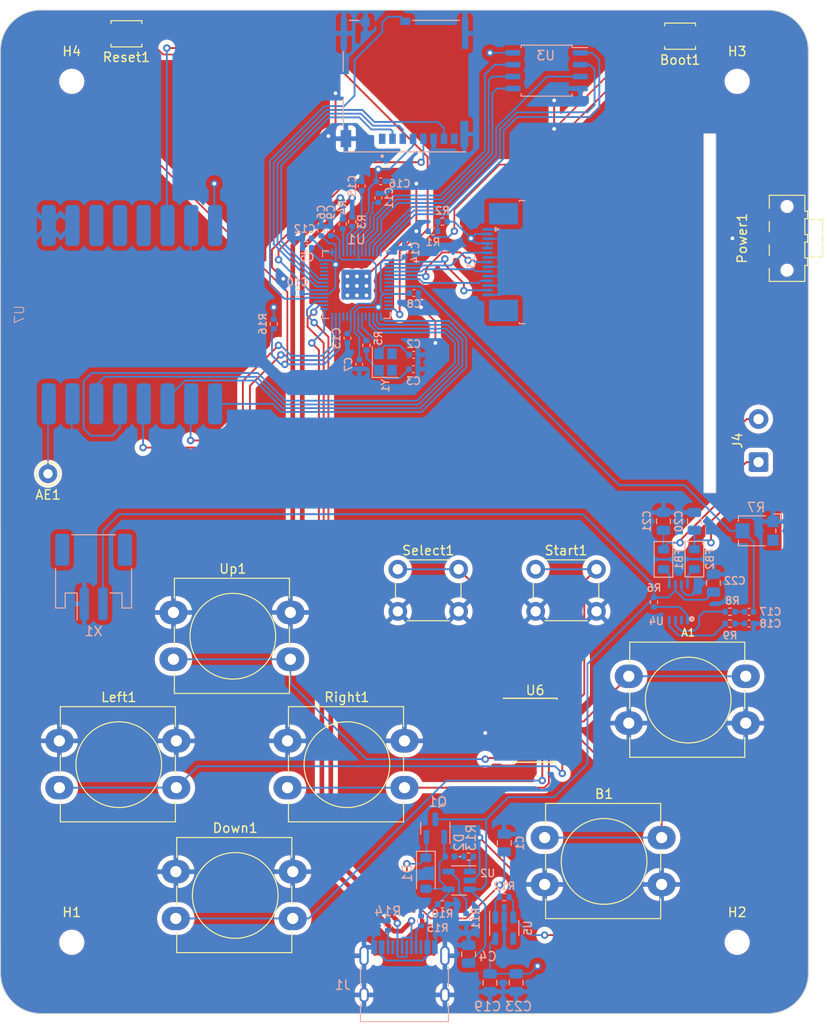
<source format=kicad_pcb>
(kicad_pcb (version 20221018) (generator pcbnew)
  (layers (0 "F.Cu" signal) (31 "B.Cu" signal) (34 "B.Paste" user) (35 "F.Paste" user) (36 "B.SilkS" user "B.Silkscreen") (37 "F.SilkS" user "F.Silkscreen") (38 "B.Mask" user) (39 "F.Mask" user) (44 "Edge.Cuts" user))
  (net 0 "")
  (net 1 "+3.3V")
  (net 6 "SX1262_DIO1")
  (net 7 "SX1262_RESET")
  (net 8 "Net-(D1-K)")
  (net 9 "LCD_RESET")
  (net 10 "LCD_DC")
  (net 11 "LCD_CS")
  (net 12 "LCD_CLK")
  (net 13 "LCD_DATA")
  (net 15 "MicroSD_MISO")
  (net 16 "MicroSD_CLK")
  (net 18 "MicroSD_MOSI")
  (net 19 "Net-(U1-XOUT)")
  (net 20 "+1V1")
  (net 23 "Net-(U1-RUN)")
  (net 24 "MicroSD_CS")
  (net 26 "KYBD_UP")
  (net 27 "KYBD_DOWN")
  (net 28 "KYBD_LEFT")
  (net 29 "KYBD_RIGHT")
  (net 30 "Crystal_XIN")
  (net 31 "KYBD_A")
  (net 36 "Net-(U1-USB_DM)")
  (net 37 "Net-(U1-USB_DP)")
  (net 38 "KYBD_B")
  (net 39 "KYBD_SELECT")
  (net 40 "KYBD_START")
  (net 41 "Audio_PWM")
  (net 42 "Flash_QSPI_SD3")
  (net 43 "Flash_QSPI_CLK")
  (net 44 "GND")
  (net 45 "VBUS")
  (net 46 "Flash_QSPI_SD0")
  (net 47 "Net-(U4-VO+)")
  (net 48 "Net-(U4-VO-)")
  (net 49 "Net-(U4-IN+)")
  (net 50 "Net-(U4-IN-)")
  (net 51 "Net-(U4-SD)")
  (net 52 "Flash_QSPI_SD2")
  (net 53 "Flash_QSPI_SD1")
  (net 54 "Flash_QSPI_SS")
  (net 55 "Net-(U2-STAT)")
  (net 56 "VBAT")
  (net 57 "Net-(U2-PROG)")
  (net 59 "SX1262_BUSY")
  (net 60 "SX1262_MISO")
  (net 61 "SX1262_CS")
  (net 62 "SX1262_CLK")
  (net 63 "SX1262_MOSI")
  (net 64 "KYBD_SDA")
  (net 65 "KYBD_SCL")
  (net 66 "KYBD_INT")
  (net 74 "Net-(AE1-A)")
  (net 75 "Crystal_XOUT")
  (net 76 "Net-(C17-Pad1)")
  (net 77 "Net-(C18-Pad1)")
  (net 78 "Net-(J4-Pin_1)")
  (net 79 "Net-(J4-Pin_2)")
  (net 80 "Net-(J1-CC1)")
  (net 81 "POWER_USB_DP")
  (net 82 "POWER_USB_DM")
  (net 84 "Net-(J1-CC2)")
  (net 86 "Net-(Boot1-Pad2)")
  (net 87 "Net-(D2-K)")
  (net 89 "MicroSD_DETECT")
  (net 90 "EN")
  (footprint "MountingHole:MountingHole_2.2mm_M2" (layer "F.Cu") (at 40.64 37.592)
    (fp_text reference "H4")
    (fp_text value "MountingHole" hide)
  )
  (footprint "Button_Switch_SMD:SW_SPDT_CK-JS102011SAQN" (layer "F.Cu") (at 117.094 54.356 90)
    (fp_text reference "Power1")
    (fp_text value "SW_Push")
  )
  (footprint "Button_Switch_THT:SW_PUSH-12mm_Wuerth-430476085716" (layer "F.Cu") (at 100.176 101.132)
    (fp_text reference "A1")
    (fp_text value "SW_Push" hide)
  )
  (footprint "Button_Switch_THT:SW_PUSH-12mm_Wuerth-430476085716" (layer "F.Cu") (at 91.186 118.364)
    (fp_text reference "B1")
    (fp_text value "SW_Push" hide)
  )
  (footprint "Button_Switch_THT:SW_PUSH_6mm" (layer "F.Cu") (at 75.49 89.698)
    (fp_text reference "Select1")
    (fp_text value "SW_Push" hide)
  )
  (footprint "Button_Switch_THT:SW_PUSH_6mm" (layer "F.Cu") (at 90.222 89.698)
    (fp_text reference "Start1")
    (fp_text value "SW_Push" hide)
  )
  (footprint "Button_Switch_THT:SW_PUSH-12mm_Wuerth-430476085716" (layer "F.Cu") (at 63.7 108.03)
    (fp_text reference "Right1")
    (fp_text value "SW_Push" hide)
  )
  (footprint "Button_Switch_THT:SW_PUSH-12mm_Wuerth-430476085716" (layer "F.Cu") (at 39.316 108.03)
    (fp_text reference "Left1")
    (fp_text value "SW_Push" hide)
  )
  (footprint "Connector_Pin:Pin_D1.0mm_L10.0mm" (layer "F.Cu") (at 38.1 79.502)
    (fp_text reference "AE1")
    (fp_text value "Antenna")
  )
  (footprint "Package_SO:SSOP-20_4.4x6.5mm_P0.65mm" (layer "F.Cu") (at 90.17 106.934)
    (fp_text reference "U6")
    (fp_text value "PCF8574TS" hide)
  )
  (footprint "MountingHole:MountingHole_2.2mm_M2" (layer "F.Cu") (at 40.64 129.54)
    (fp_text reference "H1")
    (fp_text value "MountingHole" hide)
  )
  (footprint "MountingHole:MountingHole_2.2mm_M2" (layer "F.Cu") (at 111.76 37.592)
    (fp_text reference "H3")
    (fp_text value "MountingHole" hide)
  )
  (footprint "MountingHole:MountingHole_2.2mm_M2" (layer "F.Cu") (at 111.76 129.54)
    (fp_text reference "H2")
    (fp_text value "MountingHole" hide)
  )
  (footprint "Button_Switch_SMD:SW_SPST_B3U-1000P" (layer "F.Cu") (at 105.664 32.766)
    (fp_text reference "Boot1")
    (fp_text value "SW_Push" hide)
  )
  (footprint "Button_Switch_THT:SW_PUSH-12mm_Wuerth-430476085716" (layer "F.Cu") (at 51.762 122)
    (fp_text reference "Down1")
    (fp_text value "SW_Push" hide)
  )
  (footprint "Button_Switch_SMD:SW_SPST_B3U-1000P" (layer "F.Cu") (at 46.482 32.512 180)
    (fp_text reference "Reset1")
    (fp_text value "SW_Push" hide)
  )
  (footprint "Connector_Wire:SolderWire-0.5sqmm_1x02_P4.6mm_D0.9mm_OD2.1mm" (layer "F.Cu") (at 114.046 78.26 90)
    (fp_text reference "J4")
    (fp_text value "Speaker" hide)
  )
  (footprint "Button_Switch_THT:SW_PUSH-12mm_Wuerth-430476085716" (layer "F.Cu") (at 51.508 94.314)
    (fp_text reference "Up1")
    (fp_text value "SW_Push" hide)
  )
  (footprint "Capacitor_SMD:C_0402_1005Metric" (layer "B.Cu") (at 70.104 65.024 -90)
    (fp_text reference "C13")
    (fp_text value "100nF" hide)
  )
  (footprint "Capacitor_SMD:C_0402_1005Metric" (layer "B.Cu") (at 113.03 94.234)
    (fp_text reference "C17")
    (fp_text value "1uF" hide)
  )
  (footprint "Resistor_SMD:R_0402_1005Metric" (layer "B.Cu") (at 82.804 127 -90)
    (fp_text reference "R11")
    (fp_text value "5.1KΩ" hide)
  )
  (footprint "Capacitor_SMD:C_0402_1005Metric" (layer "B.Cu") (at 77.216 60.198)
    (fp_text reference "C8")
    (fp_text value "100nF" hide)
  )
  (footprint "Capacitor_SMD:C_0402_1005Metric" (layer "B.Cu") (at 71.374 67.818 -90)
    (fp_text reference "C7")
    (fp_text value "100nF" hide)
  )
  (footprint "Resistor_SMD:R_0402_1005Metric" (layer "B.Cu") (at 80.264 52.578 180)
    (fp_text reference "R2")
    (fp_text value "10kΩ" hide)
  )
  (footprint "Resistor_SMD:R_0402_1005Metric" (layer "B.Cu") (at 110.998 95.504 180)
    (fp_text reference "R9")
    (fp_text value "100Ω" hide)
  )
  (footprint "Capacitor_SMD:C_0402_1005Metric" (layer "B.Cu") (at 77.188 66.802 180)
    (fp_text reference "C2")
    (fp_text value "27pF" hide)
  )
  (footprint "Package_DFN_QFN:QFN-56-1EP_7x7mm_P0.4mm_EP3.2x3.2mm" (layer "B.Cu") (at 71.06 59.3005 180)
    (fp_text reference "U1")
    (fp_text value "RP2040" hide)
  )
  (footprint "Capacitor_SMD:C_0402_1005Metric" (layer "B.Cu") (at 73.66 48.26)
    (fp_text reference "C16")
    (fp_text value "100nF" hide)
  )
  (footprint "Capacitor_SMD:C_0402_1005Metric" (layer "B.Cu") (at 68.326 53.594 90)
    (fp_text reference "C9")
    (fp_text value "1uF" hide)
  )
  (footprint "PCM_Ferrite_SMD_AKL:Ferrite_0805_2012Metric" (layer "B.Cu") (at 103.886 88.646 90)
    (fp_text reference "FB1")
    (fp_text value "FerriteBead_Small" hide)
  )
  (footprint "Resistor_SMD:R_0402_1005Metric" (layer "B.Cu") (at 83.056 120.396)
    (fp_text reference "R13")
    (fp_text value "10KΩ" hide)
  )
  (footprint "Capacitor_SMD:C_0402_1005Metric" (layer "B.Cu") (at 73.406 50.038 90)
    (fp_text reference "C11")
    (fp_text value "100nF" hide)
  )
  (footprint "Capacitor_SMD:C_0805_2012Metric" (layer "B.Cu") (at 88.138 133.858 90)
    (fp_text reference "C23")
    (fp_text value "10uF" hide)
  )
  (footprint "Capacitor_SMD:C_0402_1005Metric" (layer "B.Cu") (at 64.77 60.198 180)
    (fp_text reference "C10")
    (fp_text value "100nF" hide)
  )
  (footprint "Waveshare:Core SX1262" (layer "B.Cu") (at 46.99 62.484 -90)
    (fp_text reference "U7")
    (fp_text value "~" hide)
  )
  (footprint "Capacitor_SMD:C_0402_1005Metric" (layer "B.Cu") (at 65.786 55.372 180)
    (fp_text reference "C5")
    (fp_text value "100nF" hide)
  )
  (footprint "Capacitor_SMD:C_0805_2012Metric" (layer "B.Cu") (at 83.058 130.81 -90)
    (fp_text reference "C4")
    (fp_text value "10uF" hide)
  )
  (footprint "Resistor_SMD:R_0402_1005Metric" (layer "B.Cu") (at 79.248 53.594)
    (fp_text reference "R1")
    (fp_text value "1kΩ" hide)
  )
  (footprint "Resistor_SMD:R_0402_1005Metric" (layer "B.Cu") (at 86.868 124.714 180)
    (fp_text reference "R12")
    (fp_text value "10KΩ" hide)
  )
  (footprint "Connector_JST:JST_PH_S2B-PH-SM4-TB_1x02-1MP_P2.00mm_Horizontal" (layer "B.Cu") (at 42.974 90.53)
    (fp_text reference "X1")
    (fp_text value "~" hide)
  )
  (footprint "Connector_FFC-FPC:TE_1-1734839-5_1x15-1MP_P0.5mm_Horizontal" (layer "B.Cu") (at 86.44 56.896 -90)
    (fp_text reference "J3")
    (fp_text value "LCD Display")
  )
  (footprint "Capacitor_SMD:C_0402_1005Metric" (layer "B.Cu") (at 71.628 48.768 90)
    (fp_text reference "C15")
    (fp_text value "100nF" hide)
  )
  (footprint "PAM8302A:PAM8302A" (layer "B.Cu") (at 105.156 93.726 180)
    (fp_text reference "U4")
    (fp_text value "PAM8302A" hide)
  )
  (footprint "Capacitor_SMD:C_0402_1005Metric" (layer "B.Cu") (at 113.03 95.504)
    (fp_text reference "C18")
    (fp_text value "1uF" hide)
  )
  (footprint "Resistor_SMD:R_0402_1005Metric" (layer "B.Cu") (at 102.87 93.218 90)
    (fp_text reference "R6")
    (fp_text value "10KΩ" hide)
  )
  (footprint "Capacitor_SMD:C_0402_1005Metric" (layer "B.Cu") (at 77.16 68.326 180)
    (fp_text reference "C3")
    (fp_text value "27pF" hide)
  )
  (footprint "Package_SO:SOIC-8_5.23x5.23mm_P1.27mm" (layer "B.Cu") (at 91.396 36.449 180)
    (fp_text reference "U3")
    (fp_text value "W25Q128JVSIQ" hide)
  )
  (footprint "Connector_USB:USB_C_Receptacle_HRO_TYPE-C-31-M-12" (layer "B.Cu") (at 76.2 134.112 180)
    (fp_text reference "J1")
    (fp_text value "USB_C_Receptacle_USB2.0" hide)
  )
  (footprint "PCM_Ferrite_SMD_AKL:Ferrite_0805_2012Metric" (layer "B.Cu") (at 107.188 88.623 90)
    (fp_text reference "FB2")
    (fp_text value "FerriteBead_Small" hide)
  )
  (footprint "Capacitor_SMD:C_0402_1005Metric" (layer "B.Cu") (at 67.31 53.594 90)
    (fp_text reference "C6")
    (fp_text value "1uF" hide)
  )
  (footprint "LED_SMD:LED_0402_1005Metric" (layer "B.Cu") (at 81.049 120.396 180)
    (fp_text reference "D2")
    (fp_text value "Orange" hide)
  )
  (footprint "Resistor_SMD:R_0402_1005Metric" (layer "B.Cu") (at 72.136 65.786 -90)
    (fp_text reference "R5")
    (fp_text value "1kΩ" hide)
  )
  (footprint "Package_TO_SOT_SMD:SOT-23" (layer "B.Cu") (at 79.502 117.348 90)
    (fp_text reference "Q1")
    (fp_text value "DMG3415" hide)
  )
  (footprint "Capacitor_SMD:C_0805_2012Metric" (layer "B.Cu") (at 103.886 84.582 90)
    (fp_text reference "C21")
    (fp_text value "220pF" hide)
  )
  (footprint "Resistor_SMD:R_0402_1005Metric" (layer "B.Cu") (at 74.422 127.762 90)
    (fp_text reference "R14")
    (fp_text value "5.1KΩ" hide)
  )
  (footprint "Capacitor_SMD:C_0805_2012Metric" (layer "B.Cu") (at 107.188 84.582 -90)
    (fp_text reference "C20")
    (fp_text value "220pF" hide)
  )
  (footprint "503398-1892:MOLEX_503398-1892" (layer "B.Cu") (at 76.2 38.1)
    (fp_text reference "J2" hide)
    (fp_text value "503398-1892")
  )
  (footprint "Resistor_SMD:R_0402_1005Metric" (layer "B.Cu") (at 62.23 63.5 -90)
    (fp_text reference "R16")
    (fp_text value "10KΩ" hide)
  )
  (footprint "Capacitor_SMD:C_0402_1005Metric" (layer "B.Cu") (at 76.2 55.88 90)
    (fp_text reference "C14")
    (fp_text value "100nF" hide)
  )
  (footprint "Capacitor_SMD:C_0805_2012Metric" (layer "B.Cu") (at 86.868 118.938 90)
    (fp_text reference "C1")
    (fp_text value "10uF" hide)
  )
  (footprint "Package_TO_SOT_SMD:SOT-23-5" (layer "B.Cu") (at 86.868 128.016 -90)
    (fp_text reference "U5")
    (fp_text value "AP2112K-3.3" hide)
  )
  (footprint "Resistor_SMD:R_0402_1005Metric" (layer "B.Cu") (at 70.612 52.578 -90)
    (fp_text reference "R3")
    (fp_text value "27Ω" hide)
  )
  (footprint "Crystal:Crystal_SMD_2520-4Pin_2.5x2.0mm" (layer "B.Cu") (at 74.168 67.564 90)
    (fp_text reference "Y1")
    (fp_text value "ABLS-12MHZ-B4-T" hide)
  )
  (footprint "Resistor_SMD:R_0402_1005Metric" (layer "B.Cu") (at 110.998 94.234 180)
    (fp_text reference "R8")
    (fp_text value "100Ω" hide)
  )
  (footprint "Resistor_SMD:R_0402_1005Metric" (layer "B.Cu") (at 80.264 125.476)
    (fp_text reference "R10")
    (fp_text value "10KΩ" hide)
  )
  (footprint "Potentiometer_SMD:Potentiometer_Bourns_TC33X_Vertical" (layer "B.Cu") (at 113.792 85.598 180)
    (fp_text reference "R7")
    (fp_text value "10KΩ" hide)
  )
  (footprint "Diode_SMD:D_SOD-123" (layer "B.Cu") (at 78.486 122.174 -90)
    (fp_text reference "D1")
    (fp_text value "MBR0540" hide)
  )
  (footprint "Resistor_SMD:R_0402_1005Metric" (layer "B.Cu") (at 77.978 127.254 90)
    (fp_text reference "R15")
    (fp_text value "5.1KΩ" hide)
  )
  (footprint "Capacitor_SMD:C_0805_2012Metric" (layer "B.Cu") (at 109.22 91.186 -90)
    (fp_text reference "C22")
    (fp_text value "10uF" hide)
  )
  (footprint "Resistor_SMD:R_0402_1005Metric" (layer "B.Cu") (at 69.596 52.832 -90)
    (fp_text reference "R4")
    (fp_text value "27Ω" hide)
  )
  (footprint "Capacitor_SMD:C_0805_2012Metric" (layer "B.Cu") (at 85.344 133.858 90)
    (fp_text reference "C19")
    (fp_text value "10uF" hide)
  )
  (footprint "Package_TO_SOT_SMD:SOT-23-5" (layer "B.Cu") (at 82.042 122.936 180)
    (fp_text reference "U2")
    (fp_text value "MCP73831-2-OT" hide)
  )
  (footprint "Capacitor_SMD:C_0402_1005Metric" (layer "B.Cu") (at 65.786 54.356 180)
    (fp_text reference "C12")
    (fp_text value "100nF" hide)
  )
  (gr_arc (start 37.343287 137.16) (mid 34.29 135.895287) (end 33.025287 132.842) (stroke (width 0.1)) (layer "Edge.Cuts"))
  (gr_line (start 37.343287 137.16) (end 115.056713 137.16) (stroke (width 0.1)) (layer "Edge.Cuts"))
  (gr_arc (start 119.374713 132.842) (mid 118.11 135.895287) (end 115.056713 137.16) (stroke (width 0.1)) (layer "Edge.Cuts"))
  (gr_arc (start 33.02 34.29) (mid 34.284713 31.236713) (end 37.338 29.972) (stroke (width 0.1)) (layer "Edge.Cuts"))
  (gr_rect (start 108.204 43.18) (end 109.474 81.534) (stroke (width 0.1)) (fill none) (layer "Edge.Cuts"))
  (gr_line (start 119.374713 132.842) (end 119.374713 34.295287) (stroke (width 0.1)) (layer "Edge.Cuts"))
  (gr_line (start 115.056713 29.977287) (end 37.338 29.972) (stroke (width 0.1)) (layer "Edge.Cuts"))
  (gr_line (start 33.02 34.29) (end 33.025287 132.842) (stroke (width 0.1)) (layer "Edge.Cuts"))
  (gr_arc (start 115.056713 29.977287) (mid 118.11 31.242) (end 119.374713 34.295287) (stroke (width 0.1)) (layer "Edge.Cuts"))
  (segment (start 87.27 106.609) (end 88.209 106.609) (width 0.2) (layer "F.Cu") (net 1))
  (segment (start 88.209 106.609) (end 89.916 104.902) (width 0.2) (layer "F.Cu") (net 1))
  (via (at 55.88 48.514) (size 0.8) (drill 0.4) (layers "F.Cu" "B.Cu") (net 1))
  (via (at 68.834 57.15) (size 0.8) (drill 0.4) (layers "F.Cu" "B.Cu") (net 1))
  (via (at 73.40807 61.708446) (size 0.8) (drill 0.4) (layers "F.Cu" "B.Cu") (net 1))
  (via (at 62.23 61.722) (size 0.8) (drill 0.4) (layers "F.Cu" "B.Cu") (net 1))
  (via (at 85.344 34.544) (size 0.8) (drill 0.4) (layers "F.Cu" "B.Cu") (net 1))
  (via (at 90.424 132.08) (size 0.8) (drill 0.4) (layers "F.Cu" "B.Cu") (net 1))
  (via (at 83.312 54.356) (size 0.8) (drill 0.4) (layers "F.Cu" "B.Cu") (net 1))
  (via (at 73.406 46.99) (size 0.8) (drill 0.4) (layers "F.Cu" "B.Cu") (net 1))
  (segment (start 74.4975 60.3005) (end 73.965025 60.3005) (width 0.2) (layer "B.Cu") (net 1))
  (segment (start 70.86 55.863) (end 70.86 54.362) (width 0.2) (layer "B.Cu") (net 1))
  (segment (start 68.86 55.863) (end 68.86 55.127) (width 0.1778) (layer "B.Cu") (net 1))
  (segment (start 73.965025 56.7005) (end 74.4975 56.7005) (width 0.2) (layer "B.Cu") (net 1))
  (segment (start 72.39 51.492012) (end 72.39 49.022) (width 0.2) (layer "B.Cu") (net 1))
  (segment (start 68.3845 56.7005) (end 68.834 57.15) (width 0.2) (layer "B.Cu") (net 1))
  (segment (start 74.4975 56.7005) (end 75.8595 56.7005) (width 0.1778) (layer "B.Cu") (net 1))
  (segment (start 73.18 47.216) (end 73.18 48.26) (width 0.2) (layer "B.Cu") (net 1))
  (segment (start 70.86 62.221223) (end 71.372777 61.708446) (width 0.1778) (layer "B.Cu") (net 1))
  (segment (start 68.86 55.863) (end 68.46 55.863) (width 0.1778) (layer "B.Cu") (net 1))
  (segment (start 75.8595 56.7005) (end 76.2 56.36) (width 0.1778) (layer "B.Cu") (net 1))
  (segment (start 73.406 46.99) (end 74.605 46.99) (width 0.2) (layer "B.Cu") (net 1))
  (segment (start 68.86 55.863) (end 68.86 57.124) (width 0.1778) (layer "B.Cu") (net 1))
  (segment (start 68.834 57.15) (end 68.834 59.605777) (width 0.1778) (layer "B.Cu") (net 1))
  (segment (start 85.344 132.908) (end 85.344 129.7275) (width 0.1778) (layer "B.Cu") (net 1))
  (segment (start 67.773 55.863) (end 66.266 54.356) (width 0.2) (layer "B.Cu") (net 1))
  (segment (start 68.834 59.605777) (end 68.139277 60.3005) (width 0.1778) (layer "B.Cu") (net 1))
  (segment (start 67.6225 56.7005) (end 68.3845 56.7005) (width 0.2) (layer "B.Cu") (net 1))
  (segment (start 73.66 59.995475) (end 73.66 57.005525) (width 0.2) (layer "B.Cu") (net 1))
  (segment (start 83.852 54.896) (end 85.09 54.896) (width 0.2) (layer "B.Cu") (net 1))
  (segment (start 68.1329 54.8969) (end 67.31 54.074) (width 0.1778) (layer "B.Cu") (net 1))
  (segment (start 67.1145 56.7005) (end 66.266 55.852) (width 0.2) (layer "B.Cu") (net 1))
  (segment (start 71.374 64.923734) (end 71.374 67.338) (width 0.1778) (layer "B.Cu") (net 1))
  (segment (start 83.312 54.356) (end 83.852 54.896) (width 0.2) (layer "B.Cu") (net 1))
  (segment (start 68.86 57.124) (end 68.834 57.15) (width 0.1778) (layer "B.Cu") (net 1))
  (segment (start 73.965025 60.3005) (end 73.66 59.995475) (width 0.2) (layer "B.Cu") (net 1))
  (segment (start 87.796 34.544) (end 85.344 34.544) (width 0.1778) (layer "B.Cu") (net 1))
  (segment (start 70.46 55.863) (end 70.86 55.863) (width 0.1778) (layer "B.Cu") (net 1))
  (segment (start 72.136 53.086) (end 72.136 51.746012) (width 0.2) (layer "B.Cu") (net 1))
  (segment (start 70.86 54.362) (end 72.136 53.086) (width 0.2) (layer "B.Cu") (net 1))
  (segment (start 71.628 53.086) (end 71.628 49.248) (width 0.2) (layer "B.Cu") (net 1))
  (segment (start 72.39 49.022) (end 73.152 48.26) (width 0.2) (layer "B.Cu") (net 1))
  (segment (start 85.344 132.908) (end 88.138 132.908) (width 0.1778) (layer "B.Cu") (net 1))
  (segment (start 76.6335 60.3005) (end 74.4975 60.3005) (width 0.2) (layer "B.Cu") (net 1))
  (segment (start 67.6225 56.7005) (end 67.1145 56.7005) (width 0.2) (layer "B.Cu") (net 1))
  (segment (start 73.66 60.605525) (end 73.66 61.456516) (width 0.2) (layer "B.Cu") (net 1))
  (segment (start 68.139277 60.3005) (end 67.6225 60.3005) (width 0.1778) (layer "B.Cu") (net 1))
  (segment (start 73.66 61.456516) (end 73.40807 61.708446) (width 0.2) (layer "B.Cu") (net 1))
  (segment (start 81.534 52.578) (end 83.312 54.356) (width 0.2) (layer "B.Cu") (net 1))
  (segment (start 68.46 55.863) (end 67.773 55.863) (width 0.2) (layer "B.Cu") (net 1))
  (segment (start 68.86 55.127) (end 68.6299 54.8969) (width 0.1778) (layer "B.Cu") (net 1))
  (segment (start 83.312 54.356) (end 83.772 53.896) (width 0.2) (layer "B.Cu") (net 1))
  (segment (start 83.772 53.896) (end 85.09 53.896) (width 0.2) (layer "B.Cu") (net 1))
  (segment (start 88.138 132.908) (end 89.596 132.908) (width 0.1778) (layer "B.Cu") (net 1))
  (segment (start 74.605 46.99) (end 77.12 44.475) (width 0.2) (layer "B.Cu") (net 1))
  (segment (start 85.344 129.7275) (end 85.918 129.1535) (width 0.1778) (layer "B.Cu") (net 1))
  (segment (start 73.965025 60.3005) (end 73.66 60.605525) (width 0.2) (layer "B.Cu") (net 1))
  (segment (start 67.6225 60.3005) (end 65.3525 60.3005) (width 0.2) (layer "B.Cu") (net 1))
  (segment (start 73.66 57.005525) (end 73.965025 56.7005) (width 0.2) (layer "B.Cu") (net 1))
  (segment (start 70.86 62.738) (end 70.86 62.221223) (width 0.1778) (layer "B.Cu") (net 1))
  (segment (start 70.86 62.738) (end 70.86 64.409734) (width 0.1778) (layer "B.Cu") (net 1))
  (segment (start 62.23 62.99) (end 62.23 61.722) (width 0.2) (layer "B.Cu") (net 1))
  (segment (start 73.406 46.99) (end 73.18 47.216) (width 0.2) (layer "B.Cu") (net 1))
  (segment (start 72.136 51.746012) (end 72.39 51.492012) (width 0.2) (layer "B.Cu") (net 1))
  (segment (start 89.596 132.908) (end 90.424 132.08) (width 0.1778) (layer "B.Cu") (net 1))
  (segment (start 80.774 52.578) (end 81.534 52.578) (width 0.2) (layer "B.Cu") (net 1))
  (segment (start 55.88 52.906) (end 55.958 52.984) (width 0.2) (layer "B.Cu") (net 1))
  (segment (start 70.46 54.254) (end 71.628 53.086) (width 0.2) (layer "B.Cu") (net 1))
  (segment (start 71.372777 61.708446) (end 73.40807 61.708446) (width 0.1778) (layer "B.Cu") (net 1))
  (segment (start 68.6299 54.8969) (end 68.1329 54.8969) (width 0.1778) (layer "B.Cu") (net 1))
  (segment (start 85.09 55.396) (end 85.09 54.896) (width 0.2) (layer "B.Cu") (net 1))
  (segment (start 77.12 44.475) (end 77.12 43.725) (width 0.2) (layer "B.Cu") (net 1))
  (segment (start 66.266 55.852) (end 66.266 55.372) (width 0.2) (layer "B.Cu") (net 1))
  (segment (start 70.46 55.863) (end 70.46 54.254) (width 0.2) (layer "B.Cu") (net 1))
  (segment (start 55.88 48.514) (end 55.88 52.906) (width 0.2) (layer "B.Cu") (net 1))
  (segment (start 70.86 64.409734) (end 71.374 64.923734) (width 0.1778) (layer "B.Cu") (net 1))
  (segment (start 75.692 55.78205) (end 77.18005 54.294) (width 0.2) (layer "F.Cu") (net 6))
  (segment (start 78.678 45.658) (end 67.056 34.036) (width 0.2) (layer "F.Cu") (net 6))
  (segment (start 77.18005 54.294) (end 77.75995 54.294) (width 0.2) (layer "F.Cu") (net 6))
  (segment (start 77.75995 54.294) (end 78.678 53.37595) (width 0.2) (layer "F.Cu") (net 6))
  (segment (start 78.678 53.37595) (end 78.678 45.658) (width 0.2) (layer "F.Cu") (net 6))
  (segment (start 67.056 34.036) (end 50.8 34.036) (width 0.2) (layer "F.Cu") (net 6))
  (segment (start 75.692 62.484) (end 75.692 55.78205) (width 0.2) (layer "F.Cu") (net 6))
  (via (at 50.8 34.036) (size 0.8) (drill 0.4) (layers "F.Cu" "B.Cu") (net 6))
  (via (at 75.692 62.484) (size 0.8) (drill 0.4) (layers "F.Cu" "B.Cu") (net 6))
  (segment (start 75.1085 61.9005) (end 75.692 62.484) (width 0.2) (layer "B.Cu") (net 6))
  (segment (start 50.8 34.036) (end 50.8 52.906) (width 0.2) (layer "B.Cu") (net 6))
  (segment (start 50.8 52.906) (end 50.878 52.984) (width 0.2) (layer "B.Cu") (net 6))
  (segment (start 74.4975 61.9005) (end 75.1085 61.9005) (width 0.2) (layer "B.Cu") (net 6))
  (segment (start 53.34 75.946) (end 56.134 75.946) (width 0.2) (layer "F.Cu") (net 7))
  (segment (start 56.134 75.946) (end 58.928 73.152) (width 0.2) (layer "F.Cu") (net 7))
  (segment (start 58.928 69.596) (end 62.738 65.786) (width 0.2) (layer "F.Cu") (net 7))
  (segment (start 58.928 73.152) (end 58.928 69.596) (width 0.2) (layer "F.Cu") (net 7))
  (via (at 62.738 65.786) (size 0.8) (drill 0.4) (layers "F.Cu" "B.Cu") (net 7))
  (via (at 53.34 75.946) (size 0.8) (drill 0.4) (layers "F.Cu" "B.Cu") (net 7))
  (segment (start 62.992 65.786) (end 64.106157 66.900157) (width 0.2) (layer "B.Cu") (net 7))
  (segment (start 67.408157 66.900157) (end 64.106157 66.900157) (width 0.2) (layer "B.Cu") (net 7))
  (segment (start 62.992 65.786) (end 62.738 65.786) (width 0.2) (layer "B.Cu") (net 7))
  (segment (start 68.46 62.738) (end 68.46 65.848314) (width 0.2) (layer "B.Cu") (net 7))
  (segment (start 68.46 65.848314) (end 67.408157 66.900157) (width 0.2) (layer "B.Cu") (net 7))
  (segment (start 53.34 72.112) (end 53.418 72.034) (width 0.2) (layer "B.Cu") (net 7))
  (segment (start 53.34 75.946) (end 53.34 72.112) (width 0.2) (layer "B.Cu") (net 7))
  (segment (start 86.36 123.444) (end 82.804 127) (width 0.1778) (layer "F.Cu") (net 8))
  (segment (start 76.454 124.46) (end 76.454 121.158) (width 0.1778) (layer "F.Cu") (net 8))
  (segment (start 82.804 127) (end 78.994 127) (width 0.1778) (layer "F.Cu") (net 8))
  (segment (start 78.994 127) (end 76.454 124.46) (width 0.1778) (layer "F.Cu") (net 8))
  (via (at 76.454 121.158) (size 0.8) (drill 0.4) (layers "F.Cu" "B.Cu") (net 8))
  (via (at 86.36 123.444) (size 0.8) (drill 0.4) (layers "F.Cu" "B.Cu") (net 8))
  (segment (start 86.868 122.936) (end 86.36 123.444) (width 0.2) (layer "B.Cu") (net 8))
  (segment (start 86.868 119.888) (end 86.868 122.936) (width 0.2) (layer "B.Cu") (net 8))
  (segment (start 78.552 118.2855) (end 78.552 120.458) (width 0.2) (layer "B.Cu") (net 8))
  (segment (start 85.918 125.154) (end 85.918 126.8785) (width 0.1778) (layer "B.Cu") (net 8))
  (segment (start 76.454 121.158) (end 77.852 121.158) (width 0.1778) (layer "B.Cu") (net 8))
  (segment (start 86.358 124.714) (end 86.358 123.446) (width 0.1778) (layer "B.Cu") (net 8))
  (segment (start 86.358 123.446) (end 86.36 123.444) (width 0.1778) (layer "B.Cu") (net 8))
  (segment (start 77.852 121.158) (end 78.486 120.524) (width 0.1778) (layer "B.Cu") (net 8))
  (segment (start 86.358 124.714) (end 85.918 125.154) (width 0.1778) (layer "B.Cu") (net 8))
  (segment (start 78.197636 59.121773) (end 84.114227 59.121773) (width 0.2) (layer "B.Cu") (net 9))
  (segment (start 77.787586 58.7005) (end 77.787586 58.711723) (width 0.2) (layer "B.Cu") (net 9))
  (segment (start 84.34 58.896) (end 85.09 58.896) (width 0.2) (layer "B.Cu") (net 9))
  (segment (start 77.787586 58.711723) (end 78.197636 59.121773) (width 0.2) (layer "B.Cu") (net 9))
  (segment (start 74.4975 58.7005) (end 77.787586 58.7005) (width 0.2) (layer "B.Cu") (net 9))
  (segment (start 84.114227 59.121773) (end 84.34 58.896) (width 0.2) (layer "B.Cu") (net 9))
  (segment (start 80.518 57.15) (end 82.55 59.182) (width 0.2) (layer "F.Cu") (net 10))
  (segment (start 82.55 59.182) (end 82.55 59.944) (width 0.2) (layer "F.Cu") (net 10))
  (segment (start 80.518 56.5585) (end 80.518 57.15) (width 0.2) (layer "F.Cu") (net 10))
  (via (at 82.55 59.944) (size 0.8) (drill 0.4) (layers "F.Cu" "B.Cu") (net 10))
  (via (at 80.518 56.5585) (size 0.8) (drill 0.4) (layers "F.Cu" "B.Cu") (net 10))
  (segment (start 82.55 59.944) (end 82.598 59.896) (width 0.2) (layer "B.Cu") (net 10))
  (segment (start 80.518 56.5585) (end 80.2185 56.858) (width 0.2) (layer "B.Cu") (net 10))
  (segment (start 77.932265 56.858) (end 77.689765 57.1005) (width 0.2) (layer "B.Cu") (net 10))
  (segment (start 77.689765 57.1005) (end 74.4975 57.1005) (width 0.2) (layer "B.Cu") (net 10))
  (segment (start 80.2185 56.858) (end 77.932265 56.858) (width 0.2) (layer "B.Cu") (net 10))
  (segment (start 82.598 59.896) (end 85.09 59.896) (width 0.2) (layer "B.Cu") (net 10))
  (segment (start 77.85545 57.5005) (end 78.097951 57.258) (width 0.2) (layer "B.Cu") (net 11))
  (segment (start 82.534 55.896) (end 85.09 55.896) (width 0.2) (layer "B.Cu") (net 11))
  (segment (start 74.4975 57.5005) (end 77.85545 57.5005) (width 0.2) (layer "B.Cu") (net 11))
  (segment (start 81.172 57.258) (end 82.534 55.896) (width 0.2) (layer "B.Cu") (net 11))
  (segment (start 78.097951 57.258) (end 81.172 57.258) (width 0.2) (layer "B.Cu") (net 11))
  (segment (start 83.836 57.896) (end 85.09 57.896) (width 0.2) (layer "B.Cu") (net 12))
  (segment (start 83.598 57.658) (end 83.836 57.896) (width 0.2) (layer "B.Cu") (net 12))
  (segment (start 78.021136 57.9005) (end 78.263636 57.658) (width 0.2) (layer "B.Cu") (net 12))
  (segment (start 74.4975 57.9005) (end 78.021136 57.9005) (width 0.2) (layer "B.Cu") (net 12))
  (segment (start 78.263636 57.658) (end 83.598 57.658) (width 0.2) (layer "B.Cu") (net 12))
  (segment (start 82.154834 55.8585) (end 80.22805 55.8585) (width 0.2) (layer "F.Cu") (net 13))
  (segment (start 80.22805 55.8585) (end 78.486 57.60055) (width 0.2) (layer "F.Cu") (net 13))
  (segment (start 78.486 57.60055) (end 78.486 58.420187) (width 0.2) (layer "F.Cu") (net 13))
  (segment (start 78.486 58.420187) (end 78.487586 58.421773) (width 0.2) (layer "F.Cu") (net 13))
  (segment (start 83.000834 56.7045) (end 82.154834 55.8585) (width 0.2) (layer "F.Cu") (net 13))
  (via (at 83.000834 56.7045) (size 0.8) (drill 0.4) (layers "F.Cu" "B.Cu") (net 13))
  (via (at 78.487586 58.421773) (size 0.8) (drill 0.4) (layers "F.Cu" "B.Cu") (net 13))
  (segment (start 78.366313 58.3005) (end 74.4975 58.3005) (width 0.2) (layer "B.Cu") (net 13))
  (segment (start 78.487586 58.421773) (end 78.366313 58.3005) (width 0.2) (layer "B.Cu") (net 13))
  (segment (start 83.000834 56.7045) (end 83.6285 56.7045) (width 0.2) (layer "B.Cu") (net 13))
  (segment (start 83.6285 56.7045) (end 83.82 56.896) (width 0.2) (layer "B.Cu") (net 13))
  (segment (start 83.82 56.896) (end 85.09 56.896) (width 0.2) (layer "B.Cu") (net 13))
  (segment (start 79.771 41.925) (end 80.42 42.574) (width 0.2) (layer "B.Cu") (net 15))
  (segment (start 67.818 40.64) (end 71.703578 40.64) (width 0.2) (layer "B.Cu") (net 15))
  (segment (start 62.23 54.971847) (end 62.23 46.228) (width 0.2) (layer "B.Cu") (net 15))
  (segment (start 71.703578 40.64) (end 72.988578 41.925) (width 0.2) (layer "B.Cu") (net 15))
  (segment (start 62.23 46.228) (end 67.818 40.64) (width 0.2) (layer "B.Cu") (net 15))
  (segment (start 67.6225 59.5005) (end 66.758653 59.5005) (width 0.2) (layer "B.Cu") (net 15))
  (segment (start 72.988578 41.925) (end 79.771 41.925) (width 0.2) (layer "B.Cu") (net 15))
  (segment (start 80.42 42.574) (end 80.42 43.725) (width 0.2) (layer "B.Cu") (net 15))
  (segment (start 66.758653 59.5005) (end 62.23 54.971847) (width 0.2) (layer "B.Cu") (net 15))
  (segment (start 62.738 55.65205) (end 72.16205 46.228) (width 0.2) (layer "F.Cu") (net 16))
  (segment (start 72.16205 46.228) (end 77.978 46.228) (width 0.2) (layer "F.Cu") (net 16))
  (segment (start 62.738 56.642) (end 62.738 55.65205) (width 0.2) (layer "F.Cu") (net 16))
  (via (at 77.978 46.228) (size 0.8) (drill 0.4) (layers "F.Cu" "B.Cu") (net 16))
  (via (at 62.738 56.642) (size 0.8) (drill 0.4) (layers "F.Cu" "B.Cu") (net 16))
  (segment (start 78.22 45.986) (end 78.22 43.725) (width 0.2) (layer "B.Cu") (net 16))
  (segment (start 77.978 46.228) (end 78.22 45.986) (width 0.2) (layer "B.Cu") (net 16))
  (segment (start 65.9965 59.9005) (end 62.738 56.642) (width 0.2) (layer "B.Cu") (net 16))
  (segment (start 67.6225 59.9005) (end 65.9965 59.9005) (width 0.2) (layer "B.Cu") (net 16))
  (segment (start 62.63 54.806161) (end 62.63 46.393686) (width 0.2) (layer "B.Cu") (net 18))
  (segment (start 75.6115 42.325) (end 76.02 42.7335) (width 0.2) (layer "B.Cu") (net 18))
  (segment (start 62.63 46.393686) (end 67.983686 41.04) (width 0.2) (layer "B.Cu") (net 18))
  (segment (start 71.537892 41.04) (end 72.822893 42.325) (width 0.2) (layer "B.Cu") (net 18))
  (segment (start 67.983686 41.04) (end 71.537892 41.04) (width 0.2) (layer "B.Cu") (net 18))
  (segment (start 67.6225 59.1005) (end 66.924339 59.1005) (width 0.2) (layer "B.Cu") (net 18))
  (segment (start 66.924339 59.1005) (end 62.63 54.806161) (width 0.2) (layer "B.Cu") (net 18))
  (segment (start 72.822893 42.325) (end 75.6115 42.325) (width 0.2) (layer "B.Cu") (net 18))
  (segment (start 76.02 42.7335) (end 76.02 43.725) (width 0.2) (layer "B.Cu") (net 18))
  (segment (start 71.26 64.259746) (end 72.136 65.135746) (width 0.2) (layer "B.Cu") (net 19))
  (segment (start 71.26 62.738) (end 71.26 64.259746) (width 0.2) (layer "B.Cu") (net 19))
  (segment (start 72.5249 53.247088) (end 71.26 54.511988) (width 0.1778) (layer "B.Cu") (net 20))
  (segment (start 69.522223 56.642) (end 71.522223 56.642) (width 0.1778) (layer "B.Cu") (net 20))
  (segment (start 69.26 55.863) (end 69.26 56.379777) (width 0.1778) (layer "B.Cu") (net 20))
  (segment (start 69.26 54.514) (end 69.26 55.863) (width 0.1778) (layer "B.Cu") (net 20))
  (segment (start 70.46 62.086933) (end 71.216287 61.330646) (width 0.1778) (layer "B.Cu") (net 20))
  (segment (start 71.216287 61.330646) (end 72.811618 61.330646) (width 0.1778) (layer "B.Cu") (net 20))
  (segment (start 73.406 50.518) (end 72.926 50.518) (width 0.1778) (layer "B.Cu") (net 20))
  (segment (start 73.152 57.15) (end 72.644 56.642) (width 0.1778) (layer "B.Cu") (net 20))
  (segment (start 70.46 62.738) (end 70.46 64.188) (width 0.1778) (layer "B.Cu") (net 20))
  (segment (start 73.152 60.990264) (end 73.152 57.15) (width 0.1778) (layer "B.Cu") (net 20))
  (segment (start 72.7789 50.6651) (end 72.7789 51.6531) (width 0.1778) (layer "B.Cu") (net 20))
  (segment (start 72.644 56.642) (end 71.522223 56.642) (width 0.1778) (layer "B.Cu") (net 20))
  (segment (start 72.5249 51.9071) (end 72.5249 53.247088) (width 0.1778) (layer "B.Cu") (net 20))
  (segment (start 68.326 54.074) (end 68.82 54.074) (width 0.1778) (layer "B.Cu") (net 20))
  (segment (start 72.811618 61.330646) (end 73.152 60.990264) (width 0.1778) (layer "B.Cu") (net 20))
  (segment (start 72.926 50.518) (end 72.7789 50.6651) (width 0.1778) (layer "B.Cu") (net 20))
  (segment (start 70.46 64.188) (end 70.104 64.544) (width 0.1778) (layer "B.Cu") (net 20))
  (segment (start 69.26 56.379777) (end 69.522223 56.642) (width 0.1778) (layer "B.Cu") (net 20))
  (segment (start 70.46 62.738) (end 70.46 62.086933) (width 0.1778) (layer "B.Cu") (net 20))
  (segment (start 72.7789 51.6531) (end 72.5249 51.9071) (width 0.1778) (layer "B.Cu") (net 20))
  (segment (start 71.26 54.511988) (end 71.26 55.863) (width 0.1778) (layer "B.Cu") (net 20))
  (segment (start 68.82 54.074) (end 69.26 54.514) (width 0.1778) (layer "B.Cu") (net 20))
  (segment (start 71.26 56.379777) (end 71.26 55.863) (width 0.1778) (layer "B.Cu") (net 20))
  (segment (start 71.522223 56.642) (end 71.26 56.379777) (width 0.1778) (layer "B.Cu") (net 20))
  (segment (start 63.6809 60.083152) (end 63.6809 67.5496) (width 0.1778) (layer "F.Cu") (net 23))
  (segment (start 44.782 32.512) (end 44.782 41.184252) (width 0.1778) (layer "F.Cu") (net 23))
  (segment (start 63.6809 67.5496) (end 63.4125 67.818) (width 0.1778) (layer "F.Cu") (net 23))
  (segment (start 44.782 41.184252) (end 63.6809 60.083152) (width 0.1778) (layer "F.Cu") (net 23))
  (via (at 63.4125 67.818) (size 0.8) (drill 0.4) (layers "F.Cu" "B.Cu") (net 23))
  (segment (start 62.992 67.818) (end 63.4125 67.818) (width 0.2) (layer "B.Cu") (net 23))
  (segment (start 63.4125 67.818) (end 67.621686 67.818) (width 0.2) (layer "B.Cu") (net 23))
  (segment (start 62.038 66.864) (end 62.992 67.818) (width 0.2) (layer "B.Cu") (net 23))
  (segment (start 67.621686 67.818) (end 69.26 66.179686) (width 0.2) (layer "B.Cu") (net 23))
  (segment (start 62.038 64.202) (end 62.038 66.864) (width 0.2) (layer "B.Cu") (net 23))
  (segment (start 69.26 66.179686) (end 69.26 62.738) (width 0.2) (layer "B.Cu") (net 23))
  (segment (start 62.23 64.01) (end 62.038 64.202) (width 0.2) (layer "B.Cu") (net 23))
  (segment (start 74.92 42.916) (end 74.92 43.725) (width 0.2) (layer "B.Cu") (net 24))
  (segment (start 67.6225 58.7005) (end 67.090025 58.7005) (width 0.2) (layer "B.Cu") (net 24))
  (segment (start 67.090025 58.7005) (end 63.03 54.640475) (width 0.2) (layer "B.Cu") (net 24))
  (segment (start 74.729 42.725) (end 74.92 42.916) (width 0.2) (layer "B.Cu") (net 24))
  (segment (start 63.03 54.640475) (end 63.03 46.559372) (width 0.2) (layer "B.Cu") (net 24))
  (segment (start 71.372206 41.44) (end 72.657208 42.725) (width 0.2) (layer "B.Cu") (net 24))
  (segment (start 63.03 46.559372) (end 68.149372 41.44) (width 0.2) (layer "B.Cu") (net 24))
  (segment (start 72.657208 42.725) (end 74.729 42.725) (width 0.2) (layer "B.Cu") (net 24))
  (segment (start 68.149372 41.44) (end 71.372206 41.44) (width 0.2) (layer "B.Cu") (net 24))
  (segment (start 84.959 109.859) (end 87.27 109.859) (width 0.2) (layer "F.Cu") (net 26))
  (segment (start 84.836 109.982) (end 84.959 109.859) (width 0.2) (layer "F.Cu") (net 26))
  (via (at 84.836 109.982) (size 0.8) (drill 0.4) (layers "F.Cu" "B.Cu") (net 26))
  (segment (start 72.136 109.982) (end 64.008 101.854) (width 0.2) (layer "B.Cu") (net 26))
  (segment (start 64.008 101.854) (end 64.008 99.314) (width 0.2) (layer "B.Cu") (net 26))
  (segment (start 84.836 109.982) (end 72.136 109.982) (width 0.2) (layer "B.Cu") (net 26))
  (segment (start 51.508 99.314) (end 64.008 99.314) (width 0.2) (layer "B.Cu") (net 26))
  (segment (start 90.932 109.347) (end 90.932 112.268) (width 0.2) (layer "F.Cu") (net 27))
  (segment (start 92.37 107.909) (end 90.932 109.347) (width 0.2) (layer "F.Cu") (net 27))
  (segment (start 93.07 107.909) (end 92.37 107.909) (width 0.2) (layer "F.Cu") (net 27))
  (via (at 90.932 112.268) (size 0.8) (drill 0.4) (layers "F.Cu" "B.Cu") (net 27))
  (segment (start 64.262 127) (end 51.762 127) (width 0.2) (layer "B.Cu") (net 27))
  (segment (start 90.932 112.268) (end 80.694 112.268) (width 0.2) (layer "B.Cu") (net 27))
  (segment (start 65.962 127) (end 64.262 127) (width 0.2) (layer "B.Cu") (net 27))
  (segment (start 80.694 112.268) (end 65.962 127) (width 0.2) (layer "B.Cu") (net 27))
  (segment (start 93.07 111.506) (end 93.07 109.859) (width 0.2) (layer "F.Cu") (net 28))
  (via (at 93.07 111.506) (size 0.8) (drill 0.4) (layers "F.Cu" "B.Cu") (net 28))
  (segment (start 54.102 110.744) (end 51.816 113.03) (width 0.2) (layer "B.Cu") (net 28))
  (segment (start 93.07 111.506) (end 92.308 110.744) (width 0.2) (layer "B.Cu") (net 28))
  (segment (start 92.308 110.744) (end 54.102 110.744) (width 0.2) (layer "B.Cu") (net 28))
  (segment (start 51.816 113.03) (end 39.316 113.03) (width 0.2) (layer "B.Cu") (net 28))
  (segment (start 91.635686 112.554264) (end 91.15995 113.03) (width 0.2) (layer "F.Cu") (net 29))
  (segment (start 91.635686 109.943314) (end 91.635686 112.554264) (width 0.2) (layer "F.Cu") (net 29))
  (segment (start 91.15995 113.03) (end 76.2 113.03) (width 0.2) (layer "F.Cu") (net 29))
  (segment (start 93.07 109.209) (end 92.37 109.209) (width 0.2) (layer "F.Cu") (net 29))
  (segment (start 92.37 109.209) (end 91.635686 109.943314) (width 0.2) (layer "F.Cu") (net 29))
  (segment (start 63.7 113.03) (end 76.2 113.03) (width 0.2) (layer "B.Cu") (net 29))
  (segment (start 71.66 62.738) (end 71.66 63.864817) (width 0.2) (layer "B.Cu") (net 30))
  (segment (start 75.72 65.814) (end 76.708 66.802) (width 0.2) (layer "B.Cu") (net 30))
  (segment (start 71.66 63.864817) (end 73.468 65.672817) (width 0.2) (layer "B.Cu") (net 30))
  (segment (start 74.068 65.814) (end 75.72 65.814) (width 0.2) (layer "B.Cu") (net 30))
  (segment (start 73.468 65.672817) (end 73.468 66.689) (width 0.2) (layer "B.Cu") (net 30))
  (segment (start 73.468 66.414) (end 74.068 65.814) (width 0.2) (layer "B.Cu") (net 30))
  (segment (start 93.07 105.959) (end 95.349 105.959) (width 0.2) (layer "F.Cu") (net 31))
  (segment (start 95.349 105.959) (end 100.176 101.132) (width 0.2) (layer "F.Cu") (net 31))
  (segment (start 100.176 101.132) (end 112.676 101.132) (width 0.2) (layer "B.Cu") (net 31))
  (segment (start 69.66 55.863) (end 69.66 53.406) (width 0.2) (layer "B.Cu") (net 36))
  (segment (start 70.06 54.058) (end 70.612 53.506) (width 0.2) (layer "B.Cu") (net 37))
  (segment (start 70.06 55.863) (end 70.06 54.058) (width 0.2) (layer "B.Cu") (net 37))
  (segment (start 70.612 53.506) (end 70.612 53.088) (width 0.2) (layer "B.Cu") (net 37))
  (segment (start 93.77 106.609) (end 103.686 116.525) (width 0.2) (layer "F.Cu") (net 38))
  (segment (start 93.07 106.609) (end 93.77 106.609) (width 0.2) (layer "F.Cu") (net 38))
  (segment (start 103.686 116.525) (end 103.686 118.364) (width 0.2) (layer "F.Cu") (net 38))
  (segment (start 91.186 118.364) (end 103.686 118.364) (width 0.2) (layer "B.Cu") (net 38))
  (segment (start 93.07 100.778) (end 81.99 89.698) (width 0.2) (layer "F.Cu") (net 39))
  (segment (start 93.07 104.009) (end 93.07 100.778) (width 0.2) (layer "F.Cu") (net 39))
  (segment (start 75.49 89.698) (end 81.99 89.698) (width 0.2) (layer "B.Cu") (net 39))
  (segment (start 93.07 104.659) (end 93.77 104.659) (width 0.2) (layer "F.Cu") (net 40))
  (segment (start 95.422 103.007) (end 95.422 90.998) (width 0.2) (layer "F.Cu") (net 40))
  (segment (start 95.422 90.998) (end 96.722 89.698) (width 0.2) (layer "F.Cu") (net 40))
  (segment (start 93.77 104.659) (end 95.422 103.007) (width 0.2) (layer "F.Cu") (net 40))
  (segment (start 90.222 89.698) (end 96.722 89.698) (width 0.2) (layer "B.Cu") (net 40))
  (segment (start 112.342 85.598) (end 110.998 85.598) (width 0.2) (layer "B.Cu") (net 41))
  (segment (start 106.128 80.728) (end 99.158254 80.728) (width 0.2) (layer "B.Cu") (net 41))
  (segment (start 113.538 86.794) (end 112.342 85.598) (width 0.2) (layer "B.Cu") (net 41))
  (segment (start 113.538 94.206) (end 113.538 86.794) (width 0.2) (layer "B.Cu") (net 41))
  (segment (start 110.998 85.598) (end 106.128 80.728) (width 0.2) (layer "B.Cu") (net 41))
  (segment (start 99.158254 80.728) (end 77.930754 59.5005) (width 0.2) (layer "B.Cu") (net 41))
  (segment (start 77.930754 59.5005) (end 74.4975 59.5005) (width 0.2) (layer "B.Cu") (net 41))
  (segment (start 73.1678 51.8002) (end 75.184 49.784) (width 0.2) (layer "B.Cu") (net 42))
  (segment (start 71.66 55.863) (end 71.66 54.661976) (width 0.2) (layer "B.Cu") (net 42))
  (segment (start 84.798 36.868) (end 85.852 35.814) (width 0.2) (layer "B.Cu") (net 42))
  (segment (start 75.184 49.784) (end 80.01 49.784) (width 0.2) (layer "B.Cu") (net 42))
  (segment (start 73.1678 51.814188) (end 73.1678 51.8002) (width 0.2) (layer "B.Cu") (net 42))
  (segment (start 80.01 49.784) (end 84.798 44.996) (width 0.2) (layer "B.Cu") (net 42))
  (segment (start 72.9138 53.408176) (end 72.9138 52.068188) (width 0.2) (layer "B.Cu") (net 42))
  (segment (start 72.9138 52.068188) (end 73.1678 51.814188) (width 0.2) (layer "B.Cu") (net 42))
  (segment (start 71.66 54.661976) (end 72.9138 53.408176) (width 0.2) (layer "B.Cu") (net 42))
  (segment (start 84.798 44.996) (end 84.798 36.868) (width 0.2) (layer "B.Cu") (net 42))
  (segment (start 85.852 35.814) (end 87.796 35.814) (width 0.2) (layer "B.Cu") (net 42))
  (segment (start 72.06 54.827662) (end 73.3138 53.573861) (width 0.2) (layer "B.Cu") (net 43))
  (segment (start 85.198 45.161686) (end 85.198 37.484) (width 0.2) (layer "B.Cu") (net 43))
  (segment (start 85.198 37.484) (end 85.598 37.084) (width 0.2) (layer "B.Cu") (net 43))
  (segment (start 80.175686 50.184) (end 85.198 45.161686) (width 0.2) (layer "B.Cu") (net 43))
  (segment (start 73.3138 52.233874) (end 73.5678 51.979874) (width 0.2) (layer "B.Cu") (net 43))
  (segment (start 73.5678 51.979874) (end 73.5678 51.965886) (width 0.2) (layer "B.Cu") (net 43))
  (segment (start 73.5678 51.965886) (end 75.349686 50.184) (width 0.2) (layer "B.Cu") (net 43))
  (segment (start 75.349686 50.184) (end 80.175686 50.184) (width 0.2) (layer "B.Cu") (net 43))
  (segment (start 73.3138 53.573861) (end 73.3138 52.233874) (width 0.2) (layer "B.Cu") (net 43))
  (segment (start 72.06 55.863) (end 72.06 54.827662) (width 0.2) (layer "B.Cu") (net 43))
  (segment (start 85.598 37.084) (end 87.796 37.084) (width 0.2) (layer "B.Cu") (net 43))
  (segment (start 68.834 36.576) (end 66.9829 34.7249) (width 0.1778) (layer "F.Cu") (net 44))
  (segment (start 87.27 107.259) (end 84.907 107.259) (width 0.1778) (layer "F.Cu") (net 44))
  (segment (start 70.104 60.452) (end 70.104 59.436) (width 0.2) (layer "F.Cu") (net 44))
  (segment (start 111.252 54.356) (end 113.992 54.356) (width 0.1778) (layer "F.Cu") (net 44))
  (segment (start 77.47 53.594) (end 77.47 48.514) (width 0.2) (layer "F.Cu") (net 44))
  (segment (start 70.104 58.42) (end 71.12 58.42) (width 0.2) (layer "F.Cu") (net 44))
  (segment (start 89.2335 123.364) (end 91.186 123.364) (width 0.2) (layer "F.Cu") (net 44))
  (segment (start 72.136 60.452) (end 71.12 60.452) (width 0.2) (layer "F.Cu") (net 44))
  (segment (start 88.829 107.259) (end 88.138 107.95) (width 0.1778) (layer "F.Cu") (net 44))
  (segment (start 92.202 42.672) (end 92.202 39.624) (width 0.2) (layer "F.Cu") (net 44))
  (segment (start 88.097 107.909) (end 87.27 107.909) (width 0.1778) (layer "F.Cu") (net 44))
  (segment (start 77.978 61.722) (end 79.502 63.246) (width 0.2) (layer "F.Cu") (net 44))
  (segment (start 84.907 107.259) (end 84.836 107.188) (width 0.1778) (layer "F.Cu") (net 44))
  (segment (start 68.072 43.434) (end 68.072 49.53) (width 0.2) (layer "F.Cu") (net 44))
  (segment (start 84.2335 118.364) (end 89.2335 123.364) (width 0.2) (layer "F.Cu") (net 44))
  (segment (start 93.07 107.259) (end 88.829 107.259) (width 0.1778) (layer "F.Cu") (net 44))
  (segment (start 68.834 42.672) (end 68.834 38.862) (width 0.2) (layer "F.Cu") (net 44))
  (segment (start 68.072 49.53) (end 62.038 55.564) (width 0.2) (layer "F.Cu") (net 44))
  (segment (start 88.138 107.95) (end 88.097 107.909) (width 0.1778) (layer "F.Cu") (net 44))
  (segment (start 50.3949 34.7249) (end 48.182 32.512) (width 0.1778) (layer "F.Cu") (net 44))
  (segment (start 87.27 109.209) (end 87.9478 109.209) (width 0.1778) (layer "F.Cu") (net 44))
  (segment (start 70.104 60.452) (end 76.962 53.594) (width 0.2) (layer "F.Cu") (net 44))
  (segment (start 68.072 43.434) (end 68.834 42.672) (width 0.2) (layer "F.Cu") (net 44))
  (segment (start 87.9478 109.209) (end 88.138 109.0188) (width 0.1778) (layer "F.Cu") (net 44))
  (segment (start 70.104 58.42) (end 70.104 59.436) (width 0.2) (layer "F.Cu") (net 44))
  (segment (start 76.962 53.594) (end 77.47 53.594) (width 0.2) (layer "F.Cu") (net 44))
  (segment (start 103.964 32.766) (end 102.108 32.766) (width 0.1778) (layer "F.Cu") (net 44))
  (segment (start 88.138 109.0188) (end 88.138 107.95) (width 0.1778) (layer "F.Cu") (net 44))
  (segment (start 66.9829 34.7249) (end 50.3949 34.7249) (width 0.1778) (layer "F.Cu") (net 44))
  (segment (start 79.502 63.246) (end 79.502 65.532) (width 0.2) (layer "F.Cu") (net 44))
  (segment (start 71.12 60.452) (end 70.104 60.452) (width 0.2) (layer "F.Cu") (net 44))
  (segment (start 62.038 57.466) (end 63.246 58.674) (width 0.2) (layer "F.Cu") (net 44))
  (segment (start 72.136 59.436) (end 72.136 60.452) (width 0.2) (layer "F.Cu") (net 44))
  (segment (start 62.038 55.564) (end 62.038 57.466) (width 0.2) (layer "F.Cu") (net 44))
  (segment (start 71.12 58.42) (end 72.136 58.42) (width 0.2) (layer "F.Cu") (net 44))
  (segment (start 72.136 58.42) (end 72.136 59.436) (width 0.2) (layer "F.Cu") (net 44))
  (segment (start 87.27 107.259) (end 87.27 107.909) (width 0.1778) (layer "F.Cu") (net 44))
  (segment (start 102.108 32.766) (end 92.202 42.672) (width 0.1778) (layer "F.Cu") (net 44))
  (segment (start 68.834 38.862) (end 68.834 36.576) (width 0.1778) (layer "F.Cu") (net 44))
  (via (at 71.12 60.452) (size 0.8) (drill 0.4) (layers "F.Cu" "B.Cu") (net 44))
  (via (at 92.202 39.624) (size 0.8) (drill 0.4) (layers "F.Cu" "B.Cu") (net 44))
  (via (at 72.136 60.452) (size 0.8) (drill 0.4) (layers "F.Cu" "B.Cu") (net 44))
  (via (at 79.502 65.532) (size 0.8) (drill 0.4) (layers "F.Cu" "B.Cu") (net 44))
  (via (at 70.104 59.436) (size 0.8) (drill 0.4) (layers "F.Cu" "B.Cu") (net 44))
  (via (at 72.136 58.42) (size 0.8) (drill 0.4) (layers "F.Cu" "B.Cu") (net 44))
  (via (at 84.836 107.188) (size 0.8) (drill 0.4) (layers "F.Cu" "B.Cu") (net 44))
  (via (at 68.834 38.862) (size 0.8) (drill 0.4) (layers "F.Cu" "B.Cu") (net 44))
  (via (at 63.246 58.674) (size 0.8) (drill 0.4) (layers "F.Cu" "B.Cu") (net 44))
  (via (at 71.12 58.42) (size 0.8) (drill 0.4) (layers "F.Cu" "B.Cu") (net 44))
  (via (at 77.978 61.722) (size 0.8) (drill 0.4) (layers "F.Cu" "B.Cu") (net 44))
  (via (at 72.136 59.436) (size 0.8) (drill 0.4) (layers "F.Cu" "B.Cu") (net 44))
  (via (at 84.2335 118.364) (size 0.8) (drill 0.4) (layers "F.Cu" "B.Cu") (net 44))
  (via (at 77.47 53.594) (size 0.8) (drill 0.4) (layers "F.Cu" "B.Cu") (net 44))
  (via (at 70.104 58.42) (size 0.8) (drill 0.4) (layers "F.Cu" "B.Cu") (net 44))
  (via (at 71.12 59.436) (size 0.8) (drill 0.4) (layers "F.Cu" "B.Cu") (net 44))
  (via (at 68.072 43.434) (size 0.8) (drill 0.4) (layers "F.Cu" "B.Cu") (net 44))
  (via (at 70.104 60.452) (size 0.8) (drill 0.4) (layers "F.Cu" "B.Cu") (net 44))
  (via (at 111.252 54.356) (size 0.8) (drill 0.4) (layers "F.Cu" "B.Cu") (net 44))
  (via (at 77.47 48.514) (size 0.8) (drill 0.4) (layers "F.Cu" "B.Cu") (net 44))
  (via (at 92.202 42.672) (size 0.8) (drill 0.4) (layers "F.Cu" "B.Cu") (net 44))
  (segment (start 53.418 52.984) (end 53.34 53.062) (width 0.1778) (layer "B.Cu") (net 44))
  (segment (start 64.29 59.718) (end 63.246 58.674) (width 0.2) (layer "B.Cu") (net 44))
  (segment (start 85.09 58.396) (end 86.59 58.396) (width 0.2) (layer "B.Cu") (net 44))
  (segment (start 85.09 57.396) (end 86.606 57.396) (width 0.2) (layer "B.Cu") (net 44))
  (segment (start 76.2 54.864) (end 77.47 53.594) (width 0.2) (layer "B.Cu") (net 44))
  (segment (start 83.528396 122.936) (end 84.2335 122.230896) (width 0.2) (layer "B.Cu") (net 44))
  (segment (start 85.09 54.396) (end 86.574 54.396) (width 0.2) (layer "B.Cu") (net 44))
  (segment (start 105.806 91.3165) (end 105.806 91.961) (width 0.2) (layer "B.Cu") (net 44))
  (segment (start 107 92.456) (end 109.22 90.236) (width 0.2) (layer "B.Cu") (net 44))
  (segment (start 41.974 93.38) (end 41.974 92.646) (width 0.2) (layer "B.Cu") (net 44))
  (segment (start 77.696 60.198) (end 77.696 61.44) (width 0.2) (layer "B.Cu") (net 44))
  (segment (start 40.718 72.034) (end 40.64 72.112) (width 0.1778) (layer "B.Cu") (net 44))
  (segment (start 84.2335 122.230896) (end 84.2335 118.364) (width 0.2) (layer "B.Cu") (net 44))
  (segment (start 64.29 60.198) (end 64.29 59.718) (width 0.2) (layer "B.Cu") (net 44))
  (segment (start 106.301 92.456) (end 107 92.456) (width 0.2) (layer "B.Cu") (net 44))
  (segment (start 86.416 53.396) (end 86.614 53.594) (width 0.2) (layer "B.Cu") (net 44))
  (segment (start 53.34 53.062) (end 53.34 56.896) (width 0.1778) (layer "B.Cu") (net 44))
  (segment (start 85.09 56.396) (end 86.606 56.396) (width 0.2) (layer "B.Cu") (net 44))
  (segment (start 77.696 61.44) (end 77.978 61.722) (width 0.2) (layer "B.Cu") (net 44))
  (segment (start 85.09 53.396) (end 86.416 53.396) (width 0.2) (layer "B.Cu") (net 44))
  (segment (start 41.974 92.646) (end 42.164 92.456) (width 0.2) (layer "B.Cu") (net 44))
  (segment (start 40.64 72.112) (end 40.64 76.2) (width 0.1778) (layer "B.Cu") (net 44))
  (segment (start 86.416 60.396) (end 86.614 60.198) (width 0.2) (layer "B.Cu") (net 44))
  (segment (start 85.09 59.396) (end 86.574 59.396) (width 0.2) (layer "B.Cu") (net 44))
  (segment (start 85.09 60.396) (end 86.416 60.396) (width 0.2) (layer "B.Cu") (net 44))
  (segment (start 76.2 55.4) (end 76.2 54.864) (width 0.2) (layer "B.Cu") (net 44))
  (segment (start 105.806 91.961) (end 106.301 92.456) (width 0.2) (layer "B.Cu") (net 44))
  (segment (start 80.9045 123.886) (end 80.9045 124.3255) (width 0.1778) (layer "B.Cu") (net 45))
  (segment (start 80.9045 123.886) (end 79.9531 122.9346) (width 0.1778) (layer "B.Cu") (net 45))
  (segment (start 73.75 130.992) (end 74.25 131.492) (width 0.2) (layer "B.Cu") (net 45))
  (segment (start 79.754 125.476) (end 78.65 126.58) (width 0.1778) (layer "B.Cu") (net 45))
  (segment (start 79.9531 122.9346) (end 79.9531 121.0069) (width 0.1778) (layer "B.Cu") (net 45))
  (segment (start 78.65 126.58) (end 78.65 130.067) (width 0.1778) (layer "B.Cu") (net 45))
  (segment (start 78.15 131.492) (end 78.65 130.992) (width 0.2) (layer "B.Cu") (net 45))
  (segment (start 78.65 130.992) (end 78.65 130.067) (width 0.2) (layer "B.Cu") (net 45))
  (segment (start 80.452 118.2855) (end 80.452 120.284) (width 0.2) (layer "B.Cu") (net 45))
  (segment (start 80.9045 124.3255) (end 79.754 125.476) (width 0.1778) (layer "B.Cu") (net 45))
  (segment (start 74.25 131.492) (end 78.15 131.492) (width 0.2) (layer "B.Cu") (net 45))
  (segment (start 73.75 130.067) (end 73.75 130.992) (width 0.2) (layer "B.Cu") (net 45))
  (segment (start 79.9531 121.0069) (end 80.564 120.396) (width 0.1778) (layer "B.Cu") (net 45))
  (segment (start 78.486 123.824) (end 80.8425 123.824) (width 0.1778) (layer "B.Cu") (net 45))
  (segment (start 73.7138 53.739546) (end 73.7138 52.39956) (width 0.2) (layer "B.Cu") (net 46))
  (segment (start 75.515372 50.584) (end 80.341372 50.584) (width 0.2) (layer "B.Cu") (net 46))
  (segment (start 73.9678 52.14556) (end 73.9678 52.131572) (width 0.2) (layer "B.Cu") (net 46))
  (segment (start 72.46 55.863) (end 72.46 54.993348) (width 0.2) (layer "B.Cu") (net 46))
  (segment (start 72.46 54.993348) (end 73.7138 53.739546) (width 0.2) (layer "B.Cu") (net 46))
  (segment (start 73.9678 52.131572) (end 75.515372 50.584) (width 0.2) (layer "B.Cu") (net 46))
  (segment (start 80.341372 50.584) (end 85.598 45.327372) (width 0.2) (layer "B.Cu") (net 46))
  (segment (start 85.598 38.862) (end 86.106 38.354) (width 0.2) (layer "B.Cu") (net 46))
  (segment (start 85.598 45.327372) (end 85.598 38.862) (width 0.2) (layer "B.Cu") (net 46))
  (segment (start 86.106 38.354) (end 87.796 38.354) (width 0.2) (layer "B.Cu") (net 46))
  (segment (start 73.7138 52.39956) (end 73.9678 52.14556) (width 0.2) (layer "B.Cu") (net 46))
  (segment (start 103.886 89.7085) (end 104.506 90.3285) (width 0.2) (layer "B.Cu") (net 47))
  (segment (start 104.506 90.3285) (end 104.506 91.3165) (width 0.2) (layer "B.Cu") (net 47))
  (segment (start 107.188 89.6855) (end 106.456 90.4175) (width 0.2) (layer "B.Cu") (net 48))
  (segment (start 106.456 90.4175) (end 106.456 91.3165) (width 0.2) (layer "B.Cu") (net 48))
  (segment (start 107.696 94.742) (end 108.204 94.234) (width 0.2) (layer "B.Cu") (net 49))
  (segment (start 107.188 96.266) (end 107.696 95.758) (width 0.2) (layer "B.Cu") (net 49))
  (segment (start 105.156 95.6825) (end 105.7395 96.266) (width 0.2) (layer "B.Cu") (net 49))
  (segment (start 107.696 95.758) (end 107.696 94.742) (width 0.2) (layer "B.Cu") (net 49))
  (segment (start 108.204 94.234) (end 110.488 94.234) (width 0.2) (layer "B.Cu") (net 49))
  (segment (start 105.7395 96.266) (end 107.188 96.266) (width 0.2) (layer "B.Cu") (net 49))
  (segment (start 105.156 95.1355) (end 105.156 95.6825) (width 0.2) (layer "B.Cu") (net 49))
  (segment (start 109.218 96.774) (end 110.488 95.504) (width 0.2) (layer "B.Cu") (net 50))
  (segment (start 104.506 95.78) (end 105.5 96.774) (width 0.2) (layer "B.Cu") (net 50))
  (segment (start 105.5 96.774) (end 109.218 96.774) (width 0.2) (layer "B.Cu") (net 50))
  (segment (start 104.506 95.1355) (end 104.506 95.78) (width 0.2) (layer "B.Cu") (net 50))
  (segment (start 105.5955 93.728) (end 106.456 94.5885) (width 0.2) (layer "B.Cu") (net 51))
  (segment (start 106.456 94.5885) (end 106.456 95.1355) (width 0.2) (layer "B.Cu") (net 51))
  (segment (start 102.87 93.728) (end 105.5955 93.728) (width 0.2) (layer "B.Cu") (net 51))
  (segment (start 72.86 55.863) (end 72.86 55.159034) (width 0.2) (layer "B.Cu") (net 52))
  (segment (start 80.507058 50.984) (end 85.998 45.493057) (width 0.2) (layer "B.Cu") (net 52))
  (segment (start 77.035034 50.984) (end 80.507058 50.984) (width 0.2) (layer "B.Cu") (net 52))
  (segment (start 85.998 45.493057) (end 85.998 42.526) (width 0.2) (layer "B.Cu") (net 52))
  (segment (start 85.998 42.526) (end 91.44 37.084) (width 0.2) (layer "B.Cu") (net 52))
  (segment (start 91.44 37.084) (end 94.996 37.084) (width 0.2) (layer "B.Cu") (net 52))
  (segment (start 72.86 55.159034) (end 77.035034 50.984) (width 0.2) (layer "B.Cu") (net 52))
  (segment (start 88.195686 40.894) (end 95.758 40.894) (width 0.2) (layer "B.Cu") (net 53))
  (segment (start 73.26 55.32472) (end 77.20072 51.384) (width 0.2) (layer "B.Cu") (net 53))
  (segment (start 77.20072 51.384) (end 80.672744 51.384) (width 0.2) (layer "B.Cu") (net 53))
  (segment (start 73.26 55.863) (end 73.26 55.32472) (width 0.2) (layer "B.Cu") (net 53))
  (segment (start 86.398 45.658742) (end 86.398 42.691686) (width 0.2) (layer "B.Cu") (net 53))
  (segment (start 96.52 36.322) (end 96.012 35.814) (width 0.2) (layer "B.Cu") (net 53))
  (segment (start 86.398 42.691686) (end 88.195686 40.894) (width 0.2) (layer "B.Cu") (net 53))
  (segment (start 96.012 35.814) (end 94.996 35.814) (width 0.2) (layer "B.Cu") (net 53))
  (segment (start 80.672744 51.384) (end 86.398 45.658742) (width 0.2) (layer "B.Cu") (net 53))
  (segment (start 95.758 40.894) (end 96.52 40.132) (width 0.2) (layer "B.Cu") (net 53))
  (segment (start 96.52 40.132) (end 96.52 36.322) (width 0.2) (layer "B.Cu") (net 53))
  (segment (start 79.754 52.578) (end 79.754 53.59) (width 0.2) (layer "B.Cu") (net 54))
  (segment (start 86.798 45.824428) (end 86.798 42.857372) (width 0.2) (layer "B.Cu") (net 54))
  (segment (start 80.83843 51.784) (end 86.798 45.824428) (width 0.2) (layer "B.Cu") (net 54))
  (segment (start 97.028 35.306) (end 96.266 34.544) (width 0.2) (layer "B.Cu") (net 54))
  (segment (start 80.548 51.784) (end 80.83843 51.784) (width 0.2) (layer "B.Cu") (net 54))
  (segment (start 97.028 40.386) (end 97.028 35.306) (width 0.2) (layer "B.Cu") (net 54))
  (segment (start 77.366406 51.784) (end 80.83843 51.784) (width 0.2) (layer "B.Cu") (net 54))
  (segment (start 73.66 55.863) (end 73.66 55.490406) (width 0.2) (layer "B.Cu") (net 54))
  (segment (start 86.798 42.857372) (end 88.253372 41.402) (width 0.2) (layer "B.Cu") (net 54))
  (segment (start 96.266 34.544) (end 94.996 34.544) (width 0.2) (layer "B.Cu") (net 54))
  (segment (start 79.754 52.578) (end 80.548 51.784) (width 0.2) (layer "B.Cu") (net 54))
  (segment (start 73.66 55.490406) (end 77.366406 51.784) (width 0.2) (layer "B.Cu") (net 54))
  (segment (start 88.253372 41.402) (end 96.012 41.402) (width 0.2) (layer "B.Cu") (net 54))
  (segment (start 96.012 41.402) (end 97.028 40.386) (width 0.2) (layer "B.Cu") (net 54))
  (segment (start 83.1795 120.7825) (end 83.566 120.396) (width 0.2) (layer "B.Cu") (net 55))
  (segment (start 83.1795 121.986) (end 83.1795 120.7825) (width 0.2) (layer "B.Cu") (net 55))
  (segment (start 84.933 116.4105) (end 87.2975 114.046) (width 0.2) (layer "B.Cu") (net 56))
  (segment (start 43.974 85.566) (end 45.72 83.82) (width 0.2) (layer "B.Cu") (net 56))
  (segment (start 102.87 91.44) (end 102.87 92.708) (width 0.2) (layer "B.Cu") (net 56))
  (segment (start 45.72 83.82) (end 95.25 83.82) (width 0.2) (layer "B.Cu") (net 56))
  (segment (start 105.156 91.961) (end 106.159 92.964) (width 0.2) (layer "B.Cu") (net 56))
  (segment (start 84.933 116.4105) (end 84.933 123.347) (width 0.2) (layer "B.Cu") (net 56))
  (segment (start 104.409 92.708) (end 105.156 91.961) (width 0.2) (layer "B.Cu") (net 56))
  (segment (start 106.159 92.964) (end 108.392 92.964) (width 0.2) (layer "B.Cu") (net 56))
  (segment (start 95.758 110.49) (end 92.202 114.046) (width 0.2) (layer "B.Cu") (net 56))
  (segment (start 102.87 92.708) (end 95.758 99.82) (width 0.2) (layer "B.Cu") (net 56))
  (segment (start 95.25 83.82) (end 102.87 91.44) (width 0.2) (layer "B.Cu") (net 56))
  (segment (start 84.836 129.982) (end 83.058 131.76) (width 0.2) (layer "B.Cu") (net 56))
  (segment (start 43.974 93.38) (end 43.974 85.566) (width 0.2) (layer "B.Cu") (net 56))
  (segment (start 108.392 92.964) (end 109.22 92.136) (width 0.2) (layer "B.Cu") (net 56))
  (segment (start 105.156 91.3165) (end 105.156 91.961) (width 0.2) (layer "B.Cu") (net 56))
  (segment (start 102.87 92.708) (end 104.409 92.708) (width 0.2) (layer "B.Cu") (net 56))
  (segment (start 95.758 99.82) (end 95.758 110.49) (width 0.2) (layer "B.Cu") (net 56))
  (segment (start 84.394 123.886) (end 83.1795 123.886) (width 0.2) (layer "B.Cu") (net 56))
  (segment (start 83.1795 123.886) (end 84.836 125.5425) (width 0.2) (layer "B.Cu") (net 56))
  (segment (start 92.202 114.046) (end 87.2975 114.046) (width 0.2) (layer "B.Cu") (net 56))
  (segment (start 84.836 125.5425) (end 84.836 129.982) (width 0.2) (layer "B.Cu") (net 56))
  (segment (start 79.502 116.4105) (end 84.933 116.4105) (width 0.2) (layer "B.Cu") (net 56))
  (segment (start 84.933 123.347) (end 84.394 123.886) (width 0.2) (layer "B.Cu") (net 56))
  (segment (start 82.042 124.206) (end 82.042 122.936) (width 0.2) (layer "B.Cu") (net 57))
  (segment (start 82.804 126.49) (end 82.804 124.968) (width 0.2) (layer "B.Cu") (net 57))
  (segment (start 82.804 124.968) (end 82.042 124.206) (width 0.2) (layer "B.Cu") (net 57))
  (segment (start 82.042 122.936) (end 81.092 121.986) (width 0.2) (layer "B.Cu") (net 57))
  (segment (start 62.992 72.898) (end 62.128 72.034) (width 0.2) (layer "B.Cu") (net 59))
  (segment (start 62.128 72.034) (end 55.958 72.034) (width 0.2) (layer "B.Cu") (net 59))
  (segment (start 80.964 63.184) (end 82.804 65.024) (width 0.2) (layer "B.Cu") (net 59))
  (segment (start 82.804 65.024) (end 82.804 68.129686) (width 0.2) (layer "B.Cu") (net 59))
  (segment (start 82.804 68.129686) (end 78.035683 72.898) (width 0.2) (layer "B.Cu") (net 59))
  (segment (start 74.106 63.184) (end 80.964 63.184) (width 0.2) (layer "B.Cu") (net 59))
  (segment (start 78.035683 72.898) (end 62.992 72.898) (width 0.2) (layer "B.Cu") (net 59))
  (segment (start 73.66 62.738) (end 74.106 63.184) (width 0.2) (layer "B.Cu") (net 59))
  (segment (start 60.202935 69.54325) (end 52.754921 69.54325) (width 0.2) (layer "B.Cu") (net 60))
  (segment (start 73.26 63.270475) (end 73.573525 63.584) (width 0.2) (layer "B.Cu") (net 60))
  (segment (start 82.394157 65.179843) (end 82.394157 67.973843) (width 0.2) (layer "B.Cu") (net 60))
  (segment (start 80.798314 63.584) (end 82.394157 65.179843) (width 0.2) (layer "B.Cu") (net 60))
  (segment (start 82.394157 67.973843) (end 77.869998 72.498) (width 0.2) (layer "B.Cu") (net 60))
  (segment (start 77.869998 72.498) (end 63.157686 72.498) (width 0.2) (layer "B.Cu") (net 60))
  (segment (start 52.754921 69.54325) (end 50.878 71.420171) (width 0.2) (layer "B.Cu") (net 60))
  (segment (start 73.26 62.738) (end 73.26 63.270475) (width 0.2) (layer "B.Cu") (net 60))
  (segment (start 73.573525 63.584) (end 80.798314 63.584) (width 0.2) (layer "B.Cu") (net 60))
  (segment (start 50.878 71.420171) (end 50.878 72.034) (width 0.2) (layer "B.Cu") (net 60))
  (segment (start 63.157686 72.498) (end 60.202935 69.54325) (width 0.2) (layer "B.Cu") (net 60))
  (segment (start 72.86 62.738) (end 72.86 63.436161) (width 0.2) (layer "B.Cu") (net 61))
  (segment (start 81.994157 65.345529) (end 81.994157 67.808157) (width 0.2) (layer "B.Cu") (net 61))
  (segment (start 43.258 70.026) (end 43.258 72.034) (width 0.2) (layer "B.Cu") (net 61))
  (segment (start 63.323372 72.098) (end 60.36862 69.14325) (width 0.2) (layer "B.Cu") (net 61))
  (segment (start 80.656628 64.008) (end 81.994157 65.345529) (width 0.2) (layer "B.Cu") (net 61))
  (segment (start 81.994157 67.808157) (end 77.704313 72.098) (width 0.2) (layer "B.Cu") (net 61))
  (segment (start 72.86 63.436161) (end 73.431839 64.008) (width 0.2) (layer "B.Cu") (net 61))
  (segment (start 77.704313 72.098) (end 63.323372 72.098) (width 0.2) (layer "B.Cu") (net 61))
  (segment (start 44.14075 69.14325) (end 43.258 70.026) (width 0.2) (layer "B.Cu") (net 61))
  (segment (start 73.431839 64.008) (end 80.656628 64.008) (width 0.2) (layer "B.Cu") (net 61))
  (segment (start 60.36862 69.14325) (end 44.14075 69.14325) (width 0.2) (layer "B.Cu") (net 61))
  (segment (start 72.46 62.738) (end 72.46 63.601847) (width 0.2) (layer "B.Cu") (net 62))
  (segment (start 77.538628 71.698) (end 63.489058 71.698) (width 0.2) (layer "B.Cu") (net 62))
  (segment (start 42.672 75.438) (end 44.958 75.438) (width 0.2) (layer "B.Cu") (net 62))
  (segment (start 45.798 74.598) (end 45.798 72.034) (width 0.2) (layer "B.Cu") (net 62))
  (segment (start 81.594157 67.642471) (end 77.538628 71.698) (width 0.2) (layer "B.Cu") (net 62))
  (segment (start 60.534305 68.74325) (end 42.76275 68.74325) (width 0.2) (layer "B.Cu") (net 62))
  (segment (start 63.489058 71.698) (end 60.534305 68.74325) (width 0.2) (layer "B.Cu") (net 62))
  (segment (start 72.46 63.601847) (end 73.266153 64.408) (width 0.2) (layer "B.Cu") (net 62))
  (segment (start 80.490942 64.408) (end 81.594157 65.511215) (width 0.2) (layer "B.Cu") (net 62))
  (segment (start 41.91 69.596) (end 41.91 74.676) (width 0.2) (layer "B.Cu") (net 62))
  (segment (start 44.958 75.438) (end 45.798 74.598) (width 0.2) (layer "B.Cu") (net 62))
  (segment (start 41.91 74.676) (end 42.672 75.438) (width 0.2) (layer "B.Cu") (net 62))
  (segment (start 42.76275 68.74325) (end 41.91 69.596) (width 0.2) (layer "B.Cu") (net 62))
  (segment (start 81.594157 65.511215) (end 81.594157 67.642471) (width 0.2) (layer "B.Cu") (net 62))
  (segment (start 73.266153 64.408) (end 80.490942 64.408) (width 0.2) (layer "B.Cu") (net 62))
  (segment (start 59.69 73.66) (end 59.69 70.104) (width 0.2) (layer "F.Cu") (net 63))
  (segment (start 59.69 70.104) (end 62.992 66.802) (width 0.2) (layer "F.Cu") (net 63))
  (segment (start 56.642 76.708) (end 59.69 73.66) (width 0.2) (layer "F.Cu") (net 63))
  (segment (start 48.26 76.708) (end 56.642 76.708) (width 0.2) (layer "F.Cu") (net 63))
  (via (at 62.992 66.802) (size 0.8) (drill 0.4) (layers "F.Cu" "B.Cu") (net 63))
  (via (at 48.26 76.708) (size 0.8) (drill 0.4) (layers "F.Cu" "B.Cu") (net 63))
  (segment (start 67.507225 67.366775) (end 63.951225 67.366775) (width 0.2) (layer "B.Cu") (net 63))
  (segment (start 48.26 76.708) (end 48.26 72.112) (width 0.2) (layer "B.Cu") (net 63))
  (segment (start 48.26 72.112) (end 48.338 72.034) (width 0.2) (layer "B.Cu") (net 63))
  (segment (start 63.38645 66.802) (end 62.992 66.802) (width 0.2) (layer "B.Cu") (net 63))
  (segment (start 68.86 62.738) (end 68.86 66.014) (width 0.2) (layer "B.Cu") (net 63))
  (segment (start 63.951225 67.366775) (end 63.38645 66.802) (width 0.2) (layer "B.Cu") (net 63))
  (segment (start 68.86 66.014) (end 67.507225 67.366775) (width 0.2) (layer "B.Cu") (net 63))
  (segment (start 67.056 87.884) (end 69.342 90.17) (width 0.2) (layer "F.Cu") (net 64))
  (segment (start 66.294 65.532) (end 67.056 66.294) (width 0.2) (layer "F.Cu") (net 64))
  (segment (start 67.056 66.294) (end 67.056 87.884) (width 0.2) (layer "F.Cu") (net 64))
  (segment (start 69.342 94.234) (end 81.067 105.959) (width 0.2) (layer "F.Cu") (net 64))
  (segment (start 69.342 90.17) (end 69.342 94.234) (width 0.2) (layer "F.Cu") (net 64))
  (segment (start 81.067 105.959) (end 87.27 105.959) (width 0.2) (layer "F.Cu") (net 64))
  (via (at 66.294 65.532) (size 0.8) (drill 0.4) (layers "F.Cu" "B.Cu") (net 64))
  (segment (start 66.294 65.532) (end 67.6225 64.2035) (width 0.2) (layer "B.Cu") (net 64))
  (segment (start 67.6225 64.2035) (end 67.6225 61.9005) (width 0.2) (layer "B.Cu") (net 64))
  (segment (start 80.586686 104.659) (end 87.27 104.659) (width 0.2) (layer "F.Cu") (net 65))
  (segment (start 65.848 63.816) (end 67.564 65.532) (width 0.2) (layer "F.Cu") (net 65))
  (segment (start 69.996 94.068314) (end 80.586686 104.659) (width 0.2) (layer "F.Cu") (net 65))
  (segment (start 66.503372 62.247872) (end 65.848 62.903244) (width 0.2) (layer "F.Cu") (net 65))
  (segment (start 69.996 89.976792) (end 69.996 94.068314) (width 0.2) (layer "F.Cu") (net 65))
  (segment (start 65.848 62.903244) (end 65.848 63.816) (width 0.2) (layer "F.Cu") (net 65))
  (segment (start 67.564 65.532) (end 67.564 87.544792) (width 0.2) (layer "F.Cu") (net 65))
  (segment (start 67.564 87.544792) (end 69.996 89.976792) (width 0.2) (layer "F.Cu") (net 65))
  (via (at 66.503372 62.247872) (size 0.8) (drill 0.4) (layers "F.Cu" "B.Cu") (net 65))
  (segment (start 67.090025 61.5005) (end 67.6225 61.5005) (width 0.2) (layer "B.Cu") (net 65))
  (segment (start 66.503372 62.087153) (end 67.090025 61.5005) (width 0.2) (layer "B.Cu") (net 65))
  (segment (start 66.503372 62.247872) (end 66.503372 62.087153) (width 0.2) (layer "B.Cu") (net 65))
  (segment (start 68.072 87.177553) (end 70.612 89.717553) (width 0.2) (layer "F.Cu") (net 66))
  (segment (start 66.5475 63.358923) (end 68.072 64.883423) (width 0.2) (layer "F.Cu") (net 66))
  (segment (start 80.895 104.009) (end 87.27 104.009) (width 0.2) (layer "F.Cu") (net 66))
  (segment (start 68.072 64.883423) (end 68.072 87.177553) (width 0.2) (layer "F.Cu") (net 66))
  (segment (start 70.612 89.717553) (end 70.612 93.726) (width 0.2) (layer "F.Cu") (net 66))
  (segment (start 70.612 93.726) (end 80.895 104.009) (width 0.2) (layer "F.Cu") (net 66))
  (via (at 66.5475 63.358923) (size 0.8) (drill 0.4) (layers "F.Cu" "B.Cu") (net 66))
  (segment (start 66.6615 61.1005) (end 67.6225 61.1005) (width 0.2) (layer "B.Cu") (net 66))
  (segment (start 66.5475 63.358923) (end 65.786 62.597423) (width 0.2) (layer "B.Cu") (net 66))
  (segment (start 65.786 61.976) (end 66.6615 61.1005) (width 0.2) (layer "B.Cu") (net 66))
  (segment (start 65.786 62.597423) (end 65.786 61.976) (width 0.2) (layer "B.Cu") (net 66))
  (segment (start 38.1 72.112) (end 38.1 79.502) (width 0.1778) (layer "B.Cu") (net 74))
  (segment (start 38.178 72.034) (end 38.1 72.112) (width 0.1778) (layer "B.Cu") (net 74))
  (segment (start 72.136 66.296) (end 72.136 67.107) (width 0.2) (layer "B.Cu") (net 75))
  (segment (start 75.692 69.314) (end 76.68 68.326) (width 0.2) (layer "B.Cu") (net 75))
  (segment (start 72.136 67.107) (end 73.468 68.439) (width 0.2) (layer "B.Cu") (net 75))
  (segment (start 73.468 68.642) (end 74.14 69.314) (width 0.2) (layer "B.Cu") (net 75))
  (segment (start 74.14 69.314) (end 75.692 69.314) (width 0.2) (layer "B.Cu") (net 75))
  (segment (start 111.508 94.234) (end 112.55 94.234) (width 0.2) (layer "B.Cu") (net 76))
  (segment (start 111.508 95.504) (end 112.55 95.504) (width 0.2) (layer "B.Cu") (net 77))
  (segment (start 110.998 82.55) (end 108.966 84.582) (width 0.2) (layer "F.Cu") (net 78))
  (segment (start 108.966 84.582) (end 108.966 86.868) (width 0.2) (layer "F.Cu") (net 78))
  (segment (start 114.046 78.26) (end 112.748 78.26) (width 0.2) (layer "F.Cu") (net 78))
  (segment (start 110.998 80.01) (end 110.998 82.55) (width 0.2) (layer "F.Cu") (net 78))
  (segment (start 112.748 78.26) (end 110.998 80.01) (width 0.2) (layer "F.Cu") (net 78))
  (via (at 108.966 86.868) (size 0.8) (drill 0.4) (layers "F.Cu" "B.Cu") (net 78))
  (segment (start 108.712 86.614) (end 107.47 86.614) (width 0.2) (layer "B.Cu") (net 78))
  (segment (start 107.47 86.614) (end 107.188 86.896) (width 0.2) (layer "B.Cu") (net 78))
  (segment (start 108.966 86.868) (end 108.712 86.614) (width 0.2) (layer "B.Cu") (net 78))
  (segment (start 107.188 86.896) (end 107.188 87.5605) (width 0.2) (layer "B.Cu") (net 78))
  (segment (start 107.188 85.532) (end 107.188 87.5605) (width 0.1778) (layer "B.Cu") (net 78))
  (segment (start 114.046 73.66) (end 112.776 73.66) (width 0.2) (layer "F.Cu") (net 79))
  (segment (start 110.236 82.042) (end 105.664 86.614) (width 0.2) (layer "F.Cu") (net 79))
  (segment (start 105.664 86.614) (end 105.664 86.868) (width 0.2) (layer "F.Cu") (net 79))
  (segment (start 110.236 76.2) (end 110.236 82.042) (width 0.2) (layer "F.Cu") (net 79))
  (segment (start 112.776 73.66) (end 110.236 76.2) (width 0.2) (layer "F.Cu") (net 79))
  (via (at 105.664 86.868) (size 0.8) (drill 0.4) (layers "F.Cu" "B.Cu") (net 79))
  (segment (start 103.886 87.376) (end 103.886 87.5835) (width 0.2) (layer "B.Cu") (net 79))
  (segment (start 103.886 85.532) (end 103.886 87.5835) (width 0.1778) (layer "B.Cu") (net 79))
  (segment (start 105.664 86.868) (end 104.394 86.868) (width 0.2) (layer "B.Cu") (net 79))
  (segment (start 104.394 86.868) (end 103.886 87.376) (width 0.2) (layer "B.Cu") (net 79))
  (segment (start 77.45 130.067) (end 77.45 128.292) (width 0.2) (layer "B.Cu") (net 80))
  (segment (start 77.45 128.292) (end 77.978 127.764) (width 0.2) (layer "B.Cu") (net 80))
  (segment (start 65.278 88.138) (end 68.326 91.186) (width 0.5) (layer "F.Cu") (net 81))
  (segment (start 70.612 50.038) (end 65.278 55.372) (width 0.5) (layer "F.Cu") (net 81))
  (segment (start 75.438 127.254) (end 75.438 127.508) (width 0.5) (layer "F.Cu") (net 81))
  (segment (start 68.326 91.186) (end 68.326 120.142) (width 0.5) (layer "F.Cu") (net 81))
  (segment (start 65.278 55.372) (end 65.278 88.138) (width 0.5) (layer "F.Cu") (net 81))
  (segment (start 68.326 120.142) (end 75.438 127.254) (width 0.5) (layer "F.Cu") (net 81))
  (via (at 75.438 127.508) (size 0.8) (drill 0.4) (layers "F.Cu" "B.Cu") (net 81))
  (via (at 70.612 50.038) (size 0.8) (drill 0.4) (layers "F.Cu" "B.Cu") (net 81))
  (segment (start 75.45 130.067) (end 75.45 127.52) (width 0.2) (layer "B.Cu") (net 81))
  (segment (start 70.612 52.068) (end 70.612 50.038) (width 0.5) (layer "B.Cu") (net 81))
  (segment (start 76.45 131.042) (end 76.45 130.067) (width 0.2) (layer "B.Cu") (net 81))
  (segment (start 75.45 130.067) (end 75.45 131.042) (width 0.2) (layer "B.Cu") (net 81))
  (segment (start 75.5 131.092) (end 76.4 131.092) (width 0.2) (layer "B.Cu") (net 81))
  (segment (start 75.45 127.52) (end 75.438 127.508) (width 0.2) (layer "B.Cu") (net 81))
  (segment (start 76.4 131.092) (end 76.45 131.042) (width 0.2) (layer "B.Cu") (net 81))
  (segment (start 75.45 131.042) (end 75.5 131.092) (width 0.2) (layer "B.Cu") (net 81))
  (segment (start 75.085918 128.358) (end 67.372 120.644082) (width 0.5) (layer "F.Cu") (net 82))
  (segment (start 67.372 120.644082) (end 67.372 91.756) (width 0.5) (layer "F.Cu") (net 82))
  (segment (start 64.262 55.118) (end 69.342 50.038) (width 0.5) (layer "F.Cu") (net 82))
  (segment (start 64.262 88.646) (end 64.262 55.118) (width 0.5) (layer "F.Cu") (net 82))
  (segment (start 76.962 127.254) (end 75.858 128.358) (width 0.5) (layer "F.Cu") (net 82))
  (segment (start 67.372 91.756) (end 64.262 88.646) (width 0.5) (layer "F.Cu") (net 82))
  (segment (start 75.858 128.358) (end 75.085918 128.358) (width 0.5) (layer "F.Cu") (net 82))
  (via (at 76.962 127.254) (size 0.8) (drill 0.4) (layers "F.Cu" "B.Cu") (net 82))
  (via (at 69.342 50.038) (size 0.8) (drill 0.4) (layers "F.Cu" "B.Cu") (net 82))
  (segment (start 76.9 129.042) (end 76.95 129.092) (width 0.2) (layer "B.Cu") (net 82))
  (segment (start 69.596 50.292) (end 69.342 50.038) (width 0.5) (layer "B.Cu") (net 82))
  (segment (start 75.95 129.092) (end 76 129.042) (width 0.2) (layer "B.Cu") (net 82))
  (segment (start 76.95 129.092) (end 76.95 130.067) (width 0.2) (layer "B.Cu") (net 82))
  (segment (start 69.596 52.322) (end 69.596 50.292) (width 0.5) (layer "B.Cu") (net 82))
  (segment (start 76.95 127.266) (end 76.962 127.254) (width 0.2) (layer "B.Cu") (net 82))
  (segment (start 75.95 130.067) (end 75.95 129.092) (width 0.2) (layer "B.Cu") (net 82))
  (segment (start 76.95 130.067) (end 76.95 127.266) (width 0.2) (layer "B.Cu") (net 82))
  (segment (start 76 129.042) (end 76.9 129.042) (width 0.2) (layer "B.Cu") (net 82))
  (segment (start 74.45 130.067) (end 74.45 128.3) (width 0.2) (layer "B.Cu") (net 84))
  (segment (start 105.664 35.306) (end 106.68 34.29) (width 0.1778) (layer "F.Cu") (net 86))
  (segment (start 81.534 53.594) (end 81.534 51.308) (width 0.1778) (layer "F.Cu") (net 86))
  (segment (start 106.68 33.45) (end 107.364 32.766) (width 0.1778) (layer "F.Cu") (net 86))
  (segment (start 86.36 46.482) (end 89.916 46.482) (width 0.1778) (layer "F.Cu") (net 86))
  (segment (start 89.916 46.482) (end 101.092 35.306) (width 0.1778) (layer "F.Cu") (net 86))
  (segment (start 106.68 34.29) (end 106.68 33.45) (width 0.1778) (layer "F.Cu") (net 86))
  (segment (start 81.534 51.308) (end 86.36 46.482) (width 0.1778) (layer "F.Cu") (net 86))
  (segment (start 101.092 35.306) (end 105.664 35.306) (width 0.1778) (layer "F.Cu") (net 86))
  (via (at 81.534 53.594) (size 0.8) (drill 0.4) (layers "F.Cu" "B.Cu") (net 86))
  (segment (start 81.534 53.594) (end 80.914 54.214) (width 0.2) (layer "B.Cu") (net 86))
  (segment (start 80.914 54.214) (end 79.358 54.214) (width 0.2) (layer "B.Cu") (net 86))
  (segment (start 79.358 54.214) (end 78.738 53.594) (width 0.2) (layer "B.Cu") (net 86))
  (segment (start 81.534 120.396) (end 82.546 120.396) (width 0.2) (layer "B.Cu") (net 87))
  (segment (start 65.679754 60.7005) (end 67.6225 60.7005) (width 0.2) (layer "B.Cu") (net 89))
  (segment (start 70.866 39.116) (end 69.742 40.24) (width 0.2) (layer "B.Cu") (net 89))
  (segment (start 70.866 35.306) (end 70.866 39.116) (width 0.2) (layer "B.Cu") (net 89))
  (segment (start 63.348 60.808) (end 65.572254 60.808) (width 0.2) (layer "B.Cu") (net 89))
  (segment (start 75.811422 30.695) (end 74.428578 30.695) (width 0.2) (layer "B.Cu") (net 89))
  (segment (start 69.742 40.24) (end 67.652315 40.24) (width 0.2) (layer "B.Cu") (net 89))
  (segment (start 76.295 31.178578) (end 75.811422 30.695) (width 0.2) (layer "B.Cu") (net 89))
  (segment (start 61.83 59.29) (end 63.348 60.808) (width 0.2) (layer "B.Cu") (net 89))
  (segment (start 73.825 31.298578) (end 73.825 32.347) (width 0.2) (layer "B.Cu") (net 89))
  (segment (start 67.652315 40.24) (end 61.83 46.062314) (width 0.2) (layer "B.Cu") (net 89))
  (segment (start 61.83 46.062314) (end 61.83 59.29) (width 0.2) (layer "B.Cu") (net 89))
  (segment (start 74.428578 30.695) (end 73.825 31.298578) (width 0.2) (layer "B.Cu") (net 89))
  (segment (start 73.825 32.347) (end 70.866 35.306) (width 0.2) (layer "B.Cu") (net 89))
  (segment (start 65.572254 60.808) (end 65.679754 60.7005) (width 0.2) (layer "B.Cu") (net 89))
  (segment (start 91.186 128.778) (end 104.648 128.778) (width 0.1778) (layer "F.Cu") (net 90))
  (segment (start 117.094 116.332) (end 117.094 59.606) (width 0.1778) (layer "F.Cu") (net 90))
  (segment (start 117.094 59.606) (end 114.344 56.856) (width 0.1778) (layer "F.Cu") (net 90))
  (segment (start 104.648 128.778) (end 117.094 116.332) (width 0.1778) (layer "F.Cu") (net 90))
  (via (at 91.186 128.778) (size 0.8) (drill 0.4) (layers "F.Cu" "B.Cu") (net 90))
  (segment (start 87.818 125.154) (end 87.378 124.714) (width 0.1778) (layer "B.Cu") (net 90))
  (segment (start 89.7175 128.778) (end 87.818 126.8785) (width 0.1778) (layer "B.Cu") (net 90))
  (segment (start 87.818 126.8785) (end 87.818 125.154) (width 0.1778) (layer "B.Cu") (net 90))
  (segment (start 91.186 128.778) (end 89.7175 128.778) (width 0.1778) (layer "B.Cu") (net 90))
  (zone (net 1) (net_name "+3.3V") (layer "F.Cu") (connect_pads (clearance 0.5)) (min_thickness 0.25) (fill yes (thermal_gap 0.5) (thermal_bridge_width 0.5))
    (polygon (pts (xy 33.02 29.972) (xy 33.02 137.16) (xy 119.38 137.16) (xy 119.38 29.972)))
  )
  (zone (net 44) (net_name "GND") (layer "B.Cu") (connect_pads (clearance 0.5)) (min_thickness 0.25) (fill yes (thermal_gap 0.5) (thermal_bridge_width 0.5))
    (polygon (pts (xy 119.38 29.972) (xy 119.38 137.16) (xy 33.02 137.16) (xy 33.02 29.972)))
  )
)
</source>
